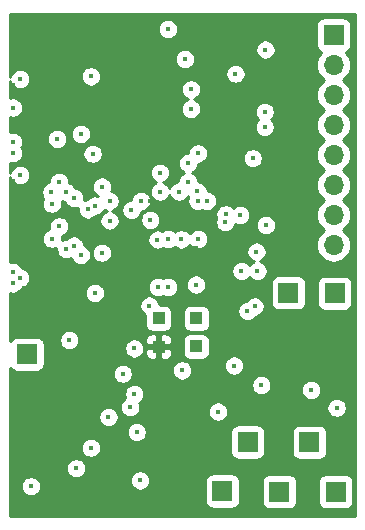
<source format=gbr>
G04 #@! TF.GenerationSoftware,KiCad,Pcbnew,(5.1.0)-1*
G04 #@! TF.CreationDate,2019-07-03T18:49:26-07:00*
G04 #@! TF.ProjectId,MiniScope_V4,4d696e69-5363-46f7-9065-5f56342e6b69,rev?*
G04 #@! TF.SameCoordinates,Original*
G04 #@! TF.FileFunction,Copper,L5,Inr*
G04 #@! TF.FilePolarity,Positive*
%FSLAX46Y46*%
G04 Gerber Fmt 4.6, Leading zero omitted, Abs format (unit mm)*
G04 Created by KiCad (PCBNEW (5.1.0)-1) date 2019-07-03 18:49:26*
%MOMM*%
%LPD*%
G04 APERTURE LIST*
%ADD10R,1.700000X1.700000*%
%ADD11O,1.700000X1.700000*%
%ADD12R,1.000000X1.000000*%
%ADD13C,0.450000*%
%ADD14C,0.254000*%
G04 APERTURE END LIST*
D10*
X153000000Y-126450000D03*
X155220000Y-130640000D03*
X150450000Y-130640000D03*
X145630000Y-130590000D03*
X151210000Y-113810000D03*
X155130000Y-113830000D03*
X147780000Y-126440000D03*
X129080000Y-119000000D03*
D11*
X155041600Y-109753400D03*
X155041600Y-107213400D03*
X155041600Y-104673400D03*
X155041600Y-102133400D03*
X155041600Y-99593400D03*
X155041600Y-97053400D03*
X155041600Y-94513400D03*
D10*
X155041600Y-91973400D03*
D12*
X140218160Y-115966240D03*
X143423640Y-115966240D03*
X143410000Y-118350000D03*
X140228320Y-118364000D03*
D13*
X128498600Y-95707200D03*
X127889000Y-113004600D03*
X137185400Y-120650000D03*
X149271920Y-93211720D03*
X129415600Y-130187640D03*
X141005560Y-91485720D03*
X142722600Y-102819200D03*
X134482840Y-95478600D03*
X153136600Y-122016520D03*
X148918810Y-121621670D03*
X148595080Y-111963200D03*
X143383000Y-113106200D03*
X149204680Y-98480880D03*
X133248400Y-128663474D03*
X138658600Y-129692400D03*
X132664200Y-117805200D03*
X149301200Y-108077000D03*
X142965600Y-96581800D03*
X146735802Y-95250000D03*
X148191059Y-102418041D03*
X141935200Y-105232200D03*
X145897600Y-107162600D03*
X140339996Y-103620000D03*
X145250000Y-123860000D03*
X155300000Y-123530000D03*
X128499600Y-103840610D03*
X127889000Y-101015797D03*
X134482840Y-126918720D03*
X138170920Y-122367040D03*
X142448280Y-94020640D03*
X138170919Y-118516400D03*
X146613880Y-119959120D03*
X128498600Y-112522000D03*
X127889000Y-104317800D03*
X127889000Y-96189802D03*
X154279600Y-119928640D03*
X135463280Y-122321320D03*
X135168640Y-116443760D03*
X132684520Y-115529360D03*
X143377920Y-110042960D03*
X148176919Y-101058041D03*
X141122400Y-104419400D03*
X142722600Y-100380800D03*
X139522200Y-106019604D03*
X150241000Y-102781100D03*
X143520000Y-103620000D03*
X140335300Y-102806504D03*
X127890000Y-112050000D03*
X127889000Y-101981000D03*
X143510000Y-105219500D03*
X147142200Y-107213400D03*
X147235080Y-111961760D03*
X149204680Y-99766120D03*
X148513800Y-110312200D03*
X143550640Y-102001320D03*
X142722600Y-104419400D03*
X142951200Y-98221800D03*
X140320000Y-105230002D03*
X134823200Y-106420920D03*
X134823202Y-113807240D03*
X135976360Y-124338080D03*
X137922000Y-106807000D03*
X143520000Y-106020000D03*
X139450000Y-114880000D03*
X144320000Y-106020000D03*
X142160000Y-109280000D03*
X140131812Y-109296200D03*
X140167360Y-113294160D03*
X141030960Y-113314480D03*
X141030000Y-109270000D03*
X137820400Y-123489720D03*
X138734800Y-106019600D03*
X138367601Y-125603000D03*
X145872200Y-107817922D03*
X131190000Y-109220000D03*
X131190000Y-106260000D03*
X136070000Y-106020000D03*
X136070000Y-107690000D03*
X131631563Y-100763197D03*
X127889000Y-98120200D03*
X134220000Y-106750000D03*
X134641807Y-102023611D03*
X133640000Y-100350000D03*
X133650000Y-110602100D03*
X133060000Y-109800000D03*
X133070000Y-105790000D03*
X139520000Y-107620000D03*
X131140000Y-105290000D03*
X132410000Y-105300000D03*
X132410000Y-110110000D03*
X131800000Y-104400000D03*
X131800000Y-108180000D03*
X135420000Y-104810000D03*
X135420000Y-110409999D03*
X147750000Y-115360000D03*
X148350000Y-114960000D03*
X143570000Y-109260000D03*
X142220000Y-120370000D03*
D14*
G36*
X156820000Y-132690000D02*
G01*
X127660000Y-132690000D01*
X127660000Y-130102937D01*
X128555600Y-130102937D01*
X128555600Y-130272343D01*
X128588649Y-130438493D01*
X128653478Y-130595003D01*
X128747595Y-130735858D01*
X128867382Y-130855645D01*
X129008237Y-130949762D01*
X129164747Y-131014591D01*
X129330897Y-131047640D01*
X129500303Y-131047640D01*
X129666453Y-131014591D01*
X129822963Y-130949762D01*
X129963818Y-130855645D01*
X130083605Y-130735858D01*
X130177722Y-130595003D01*
X130242551Y-130438493D01*
X130275600Y-130272343D01*
X130275600Y-130102937D01*
X130242551Y-129936787D01*
X130177722Y-129780277D01*
X130083605Y-129639422D01*
X130051880Y-129607697D01*
X137798600Y-129607697D01*
X137798600Y-129777103D01*
X137831649Y-129943253D01*
X137896478Y-130099763D01*
X137990595Y-130240618D01*
X138110382Y-130360405D01*
X138251237Y-130454522D01*
X138407747Y-130519351D01*
X138573897Y-130552400D01*
X138743303Y-130552400D01*
X138909453Y-130519351D01*
X139065963Y-130454522D01*
X139206818Y-130360405D01*
X139326605Y-130240618D01*
X139420722Y-130099763D01*
X139485551Y-129943253D01*
X139518600Y-129777103D01*
X139518600Y-129740000D01*
X144141928Y-129740000D01*
X144141928Y-131440000D01*
X144154188Y-131564482D01*
X144190498Y-131684180D01*
X144249463Y-131794494D01*
X144328815Y-131891185D01*
X144425506Y-131970537D01*
X144535820Y-132029502D01*
X144655518Y-132065812D01*
X144780000Y-132078072D01*
X146480000Y-132078072D01*
X146604482Y-132065812D01*
X146724180Y-132029502D01*
X146834494Y-131970537D01*
X146931185Y-131891185D01*
X147010537Y-131794494D01*
X147069502Y-131684180D01*
X147105812Y-131564482D01*
X147118072Y-131440000D01*
X147118072Y-129790000D01*
X148961928Y-129790000D01*
X148961928Y-131490000D01*
X148974188Y-131614482D01*
X149010498Y-131734180D01*
X149069463Y-131844494D01*
X149148815Y-131941185D01*
X149245506Y-132020537D01*
X149355820Y-132079502D01*
X149475518Y-132115812D01*
X149600000Y-132128072D01*
X151300000Y-132128072D01*
X151424482Y-132115812D01*
X151544180Y-132079502D01*
X151654494Y-132020537D01*
X151751185Y-131941185D01*
X151830537Y-131844494D01*
X151889502Y-131734180D01*
X151925812Y-131614482D01*
X151938072Y-131490000D01*
X151938072Y-129790000D01*
X153731928Y-129790000D01*
X153731928Y-131490000D01*
X153744188Y-131614482D01*
X153780498Y-131734180D01*
X153839463Y-131844494D01*
X153918815Y-131941185D01*
X154015506Y-132020537D01*
X154125820Y-132079502D01*
X154245518Y-132115812D01*
X154370000Y-132128072D01*
X156070000Y-132128072D01*
X156194482Y-132115812D01*
X156314180Y-132079502D01*
X156424494Y-132020537D01*
X156521185Y-131941185D01*
X156600537Y-131844494D01*
X156659502Y-131734180D01*
X156695812Y-131614482D01*
X156708072Y-131490000D01*
X156708072Y-129790000D01*
X156695812Y-129665518D01*
X156659502Y-129545820D01*
X156600537Y-129435506D01*
X156521185Y-129338815D01*
X156424494Y-129259463D01*
X156314180Y-129200498D01*
X156194482Y-129164188D01*
X156070000Y-129151928D01*
X154370000Y-129151928D01*
X154245518Y-129164188D01*
X154125820Y-129200498D01*
X154015506Y-129259463D01*
X153918815Y-129338815D01*
X153839463Y-129435506D01*
X153780498Y-129545820D01*
X153744188Y-129665518D01*
X153731928Y-129790000D01*
X151938072Y-129790000D01*
X151925812Y-129665518D01*
X151889502Y-129545820D01*
X151830537Y-129435506D01*
X151751185Y-129338815D01*
X151654494Y-129259463D01*
X151544180Y-129200498D01*
X151424482Y-129164188D01*
X151300000Y-129151928D01*
X149600000Y-129151928D01*
X149475518Y-129164188D01*
X149355820Y-129200498D01*
X149245506Y-129259463D01*
X149148815Y-129338815D01*
X149069463Y-129435506D01*
X149010498Y-129545820D01*
X148974188Y-129665518D01*
X148961928Y-129790000D01*
X147118072Y-129790000D01*
X147118072Y-129740000D01*
X147105812Y-129615518D01*
X147069502Y-129495820D01*
X147010537Y-129385506D01*
X146931185Y-129288815D01*
X146834494Y-129209463D01*
X146724180Y-129150498D01*
X146604482Y-129114188D01*
X146480000Y-129101928D01*
X144780000Y-129101928D01*
X144655518Y-129114188D01*
X144535820Y-129150498D01*
X144425506Y-129209463D01*
X144328815Y-129288815D01*
X144249463Y-129385506D01*
X144190498Y-129495820D01*
X144154188Y-129615518D01*
X144141928Y-129740000D01*
X139518600Y-129740000D01*
X139518600Y-129607697D01*
X139485551Y-129441547D01*
X139420722Y-129285037D01*
X139326605Y-129144182D01*
X139206818Y-129024395D01*
X139065963Y-128930278D01*
X138909453Y-128865449D01*
X138743303Y-128832400D01*
X138573897Y-128832400D01*
X138407747Y-128865449D01*
X138251237Y-128930278D01*
X138110382Y-129024395D01*
X137990595Y-129144182D01*
X137896478Y-129285037D01*
X137831649Y-129441547D01*
X137798600Y-129607697D01*
X130051880Y-129607697D01*
X129963818Y-129519635D01*
X129822963Y-129425518D01*
X129666453Y-129360689D01*
X129500303Y-129327640D01*
X129330897Y-129327640D01*
X129164747Y-129360689D01*
X129008237Y-129425518D01*
X128867382Y-129519635D01*
X128747595Y-129639422D01*
X128653478Y-129780277D01*
X128588649Y-129936787D01*
X128555600Y-130102937D01*
X127660000Y-130102937D01*
X127660000Y-128578771D01*
X132388400Y-128578771D01*
X132388400Y-128748177D01*
X132421449Y-128914327D01*
X132486278Y-129070837D01*
X132580395Y-129211692D01*
X132700182Y-129331479D01*
X132841037Y-129425596D01*
X132997547Y-129490425D01*
X133163697Y-129523474D01*
X133333103Y-129523474D01*
X133499253Y-129490425D01*
X133655763Y-129425596D01*
X133796618Y-129331479D01*
X133916405Y-129211692D01*
X134010522Y-129070837D01*
X134075351Y-128914327D01*
X134108400Y-128748177D01*
X134108400Y-128578771D01*
X134075351Y-128412621D01*
X134010522Y-128256111D01*
X133916405Y-128115256D01*
X133796618Y-127995469D01*
X133655763Y-127901352D01*
X133499253Y-127836523D01*
X133333103Y-127803474D01*
X133163697Y-127803474D01*
X132997547Y-127836523D01*
X132841037Y-127901352D01*
X132700182Y-127995469D01*
X132580395Y-128115256D01*
X132486278Y-128256111D01*
X132421449Y-128412621D01*
X132388400Y-128578771D01*
X127660000Y-128578771D01*
X127660000Y-126834017D01*
X133622840Y-126834017D01*
X133622840Y-127003423D01*
X133655889Y-127169573D01*
X133720718Y-127326083D01*
X133814835Y-127466938D01*
X133934622Y-127586725D01*
X134075477Y-127680842D01*
X134231987Y-127745671D01*
X134398137Y-127778720D01*
X134567543Y-127778720D01*
X134733693Y-127745671D01*
X134890203Y-127680842D01*
X135031058Y-127586725D01*
X135150845Y-127466938D01*
X135244962Y-127326083D01*
X135309791Y-127169573D01*
X135342840Y-127003423D01*
X135342840Y-126834017D01*
X135309791Y-126667867D01*
X135244962Y-126511357D01*
X135150845Y-126370502D01*
X135031058Y-126250715D01*
X134890203Y-126156598D01*
X134733693Y-126091769D01*
X134567543Y-126058720D01*
X134398137Y-126058720D01*
X134231987Y-126091769D01*
X134075477Y-126156598D01*
X133934622Y-126250715D01*
X133814835Y-126370502D01*
X133720718Y-126511357D01*
X133655889Y-126667867D01*
X133622840Y-126834017D01*
X127660000Y-126834017D01*
X127660000Y-125518297D01*
X137507601Y-125518297D01*
X137507601Y-125687703D01*
X137540650Y-125853853D01*
X137605479Y-126010363D01*
X137699596Y-126151218D01*
X137819383Y-126271005D01*
X137960238Y-126365122D01*
X138116748Y-126429951D01*
X138282898Y-126463000D01*
X138452304Y-126463000D01*
X138618454Y-126429951D01*
X138774964Y-126365122D01*
X138915819Y-126271005D01*
X139035606Y-126151218D01*
X139129723Y-126010363D01*
X139194552Y-125853853D01*
X139227601Y-125687703D01*
X139227601Y-125590000D01*
X146291928Y-125590000D01*
X146291928Y-127290000D01*
X146304188Y-127414482D01*
X146340498Y-127534180D01*
X146399463Y-127644494D01*
X146478815Y-127741185D01*
X146575506Y-127820537D01*
X146685820Y-127879502D01*
X146805518Y-127915812D01*
X146930000Y-127928072D01*
X148630000Y-127928072D01*
X148754482Y-127915812D01*
X148874180Y-127879502D01*
X148984494Y-127820537D01*
X149081185Y-127741185D01*
X149160537Y-127644494D01*
X149219502Y-127534180D01*
X149255812Y-127414482D01*
X149268072Y-127290000D01*
X149268072Y-125600000D01*
X151511928Y-125600000D01*
X151511928Y-127300000D01*
X151524188Y-127424482D01*
X151560498Y-127544180D01*
X151619463Y-127654494D01*
X151698815Y-127751185D01*
X151795506Y-127830537D01*
X151905820Y-127889502D01*
X152025518Y-127925812D01*
X152150000Y-127938072D01*
X153850000Y-127938072D01*
X153974482Y-127925812D01*
X154094180Y-127889502D01*
X154204494Y-127830537D01*
X154301185Y-127751185D01*
X154380537Y-127654494D01*
X154439502Y-127544180D01*
X154475812Y-127424482D01*
X154488072Y-127300000D01*
X154488072Y-125600000D01*
X154475812Y-125475518D01*
X154439502Y-125355820D01*
X154380537Y-125245506D01*
X154301185Y-125148815D01*
X154204494Y-125069463D01*
X154094180Y-125010498D01*
X153974482Y-124974188D01*
X153850000Y-124961928D01*
X152150000Y-124961928D01*
X152025518Y-124974188D01*
X151905820Y-125010498D01*
X151795506Y-125069463D01*
X151698815Y-125148815D01*
X151619463Y-125245506D01*
X151560498Y-125355820D01*
X151524188Y-125475518D01*
X151511928Y-125600000D01*
X149268072Y-125600000D01*
X149268072Y-125590000D01*
X149255812Y-125465518D01*
X149219502Y-125345820D01*
X149160537Y-125235506D01*
X149081185Y-125138815D01*
X148984494Y-125059463D01*
X148874180Y-125000498D01*
X148754482Y-124964188D01*
X148630000Y-124951928D01*
X146930000Y-124951928D01*
X146805518Y-124964188D01*
X146685820Y-125000498D01*
X146575506Y-125059463D01*
X146478815Y-125138815D01*
X146399463Y-125235506D01*
X146340498Y-125345820D01*
X146304188Y-125465518D01*
X146291928Y-125590000D01*
X139227601Y-125590000D01*
X139227601Y-125518297D01*
X139194552Y-125352147D01*
X139129723Y-125195637D01*
X139035606Y-125054782D01*
X138915819Y-124934995D01*
X138774964Y-124840878D01*
X138618454Y-124776049D01*
X138452304Y-124743000D01*
X138282898Y-124743000D01*
X138116748Y-124776049D01*
X137960238Y-124840878D01*
X137819383Y-124934995D01*
X137699596Y-125054782D01*
X137605479Y-125195637D01*
X137540650Y-125352147D01*
X137507601Y-125518297D01*
X127660000Y-125518297D01*
X127660000Y-124253377D01*
X135116360Y-124253377D01*
X135116360Y-124422783D01*
X135149409Y-124588933D01*
X135214238Y-124745443D01*
X135308355Y-124886298D01*
X135428142Y-125006085D01*
X135568997Y-125100202D01*
X135725507Y-125165031D01*
X135891657Y-125198080D01*
X136061063Y-125198080D01*
X136227213Y-125165031D01*
X136383723Y-125100202D01*
X136524578Y-125006085D01*
X136644365Y-124886298D01*
X136738482Y-124745443D01*
X136803311Y-124588933D01*
X136836360Y-124422783D01*
X136836360Y-124253377D01*
X136803311Y-124087227D01*
X136738482Y-123930717D01*
X136644365Y-123789862D01*
X136524578Y-123670075D01*
X136383723Y-123575958D01*
X136227213Y-123511129D01*
X136061063Y-123478080D01*
X135891657Y-123478080D01*
X135725507Y-123511129D01*
X135568997Y-123575958D01*
X135428142Y-123670075D01*
X135308355Y-123789862D01*
X135214238Y-123930717D01*
X135149409Y-124087227D01*
X135116360Y-124253377D01*
X127660000Y-124253377D01*
X127660000Y-123405017D01*
X136960400Y-123405017D01*
X136960400Y-123574423D01*
X136993449Y-123740573D01*
X137058278Y-123897083D01*
X137152395Y-124037938D01*
X137272182Y-124157725D01*
X137413037Y-124251842D01*
X137569547Y-124316671D01*
X137735697Y-124349720D01*
X137905103Y-124349720D01*
X138071253Y-124316671D01*
X138227763Y-124251842D01*
X138368618Y-124157725D01*
X138488405Y-124037938D01*
X138582522Y-123897083D01*
X138632967Y-123775297D01*
X144390000Y-123775297D01*
X144390000Y-123944703D01*
X144423049Y-124110853D01*
X144487878Y-124267363D01*
X144581995Y-124408218D01*
X144701782Y-124528005D01*
X144842637Y-124622122D01*
X144999147Y-124686951D01*
X145165297Y-124720000D01*
X145334703Y-124720000D01*
X145500853Y-124686951D01*
X145657363Y-124622122D01*
X145798218Y-124528005D01*
X145918005Y-124408218D01*
X146012122Y-124267363D01*
X146076951Y-124110853D01*
X146110000Y-123944703D01*
X146110000Y-123775297D01*
X146076951Y-123609147D01*
X146012122Y-123452637D01*
X146007218Y-123445297D01*
X154440000Y-123445297D01*
X154440000Y-123614703D01*
X154473049Y-123780853D01*
X154537878Y-123937363D01*
X154631995Y-124078218D01*
X154751782Y-124198005D01*
X154892637Y-124292122D01*
X155049147Y-124356951D01*
X155215297Y-124390000D01*
X155384703Y-124390000D01*
X155550853Y-124356951D01*
X155707363Y-124292122D01*
X155848218Y-124198005D01*
X155968005Y-124078218D01*
X156062122Y-123937363D01*
X156126951Y-123780853D01*
X156160000Y-123614703D01*
X156160000Y-123445297D01*
X156126951Y-123279147D01*
X156062122Y-123122637D01*
X155968005Y-122981782D01*
X155848218Y-122861995D01*
X155707363Y-122767878D01*
X155550853Y-122703049D01*
X155384703Y-122670000D01*
X155215297Y-122670000D01*
X155049147Y-122703049D01*
X154892637Y-122767878D01*
X154751782Y-122861995D01*
X154631995Y-122981782D01*
X154537878Y-123122637D01*
X154473049Y-123279147D01*
X154440000Y-123445297D01*
X146007218Y-123445297D01*
X145918005Y-123311782D01*
X145798218Y-123191995D01*
X145657363Y-123097878D01*
X145500853Y-123033049D01*
X145334703Y-123000000D01*
X145165297Y-123000000D01*
X144999147Y-123033049D01*
X144842637Y-123097878D01*
X144701782Y-123191995D01*
X144581995Y-123311782D01*
X144487878Y-123452637D01*
X144423049Y-123609147D01*
X144390000Y-123775297D01*
X138632967Y-123775297D01*
X138647351Y-123740573D01*
X138680400Y-123574423D01*
X138680400Y-123405017D01*
X138647351Y-123238867D01*
X138596788Y-123116797D01*
X138719138Y-123035045D01*
X138838925Y-122915258D01*
X138933042Y-122774403D01*
X138997871Y-122617893D01*
X139030920Y-122451743D01*
X139030920Y-122282337D01*
X138997871Y-122116187D01*
X138933042Y-121959677D01*
X138838925Y-121818822D01*
X138719138Y-121699035D01*
X138578283Y-121604918D01*
X138421773Y-121540089D01*
X138406078Y-121536967D01*
X148058810Y-121536967D01*
X148058810Y-121706373D01*
X148091859Y-121872523D01*
X148156688Y-122029033D01*
X148250805Y-122169888D01*
X148370592Y-122289675D01*
X148511447Y-122383792D01*
X148667957Y-122448621D01*
X148834107Y-122481670D01*
X149003513Y-122481670D01*
X149169663Y-122448621D01*
X149326173Y-122383792D01*
X149467028Y-122289675D01*
X149586815Y-122169888D01*
X149680932Y-122029033D01*
X149721200Y-121931817D01*
X152276600Y-121931817D01*
X152276600Y-122101223D01*
X152309649Y-122267373D01*
X152374478Y-122423883D01*
X152468595Y-122564738D01*
X152588382Y-122684525D01*
X152729237Y-122778642D01*
X152885747Y-122843471D01*
X153051897Y-122876520D01*
X153221303Y-122876520D01*
X153387453Y-122843471D01*
X153543963Y-122778642D01*
X153684818Y-122684525D01*
X153804605Y-122564738D01*
X153898722Y-122423883D01*
X153963551Y-122267373D01*
X153996600Y-122101223D01*
X153996600Y-121931817D01*
X153963551Y-121765667D01*
X153898722Y-121609157D01*
X153804605Y-121468302D01*
X153684818Y-121348515D01*
X153543963Y-121254398D01*
X153387453Y-121189569D01*
X153221303Y-121156520D01*
X153051897Y-121156520D01*
X152885747Y-121189569D01*
X152729237Y-121254398D01*
X152588382Y-121348515D01*
X152468595Y-121468302D01*
X152374478Y-121609157D01*
X152309649Y-121765667D01*
X152276600Y-121931817D01*
X149721200Y-121931817D01*
X149745761Y-121872523D01*
X149778810Y-121706373D01*
X149778810Y-121536967D01*
X149745761Y-121370817D01*
X149680932Y-121214307D01*
X149586815Y-121073452D01*
X149467028Y-120953665D01*
X149326173Y-120859548D01*
X149169663Y-120794719D01*
X149003513Y-120761670D01*
X148834107Y-120761670D01*
X148667957Y-120794719D01*
X148511447Y-120859548D01*
X148370592Y-120953665D01*
X148250805Y-121073452D01*
X148156688Y-121214307D01*
X148091859Y-121370817D01*
X148058810Y-121536967D01*
X138406078Y-121536967D01*
X138255623Y-121507040D01*
X138086217Y-121507040D01*
X137920067Y-121540089D01*
X137763557Y-121604918D01*
X137622702Y-121699035D01*
X137502915Y-121818822D01*
X137408798Y-121959677D01*
X137343969Y-122116187D01*
X137310920Y-122282337D01*
X137310920Y-122451743D01*
X137343969Y-122617893D01*
X137394532Y-122739963D01*
X137272182Y-122821715D01*
X137152395Y-122941502D01*
X137058278Y-123082357D01*
X136993449Y-123238867D01*
X136960400Y-123405017D01*
X127660000Y-123405017D01*
X127660000Y-120565297D01*
X136325400Y-120565297D01*
X136325400Y-120734703D01*
X136358449Y-120900853D01*
X136423278Y-121057363D01*
X136517395Y-121198218D01*
X136637182Y-121318005D01*
X136778037Y-121412122D01*
X136934547Y-121476951D01*
X137100697Y-121510000D01*
X137270103Y-121510000D01*
X137436253Y-121476951D01*
X137592763Y-121412122D01*
X137733618Y-121318005D01*
X137853405Y-121198218D01*
X137947522Y-121057363D01*
X138012351Y-120900853D01*
X138045400Y-120734703D01*
X138045400Y-120565297D01*
X138012351Y-120399147D01*
X137965193Y-120285297D01*
X141360000Y-120285297D01*
X141360000Y-120454703D01*
X141393049Y-120620853D01*
X141457878Y-120777363D01*
X141551995Y-120918218D01*
X141671782Y-121038005D01*
X141812637Y-121132122D01*
X141969147Y-121196951D01*
X142135297Y-121230000D01*
X142304703Y-121230000D01*
X142470853Y-121196951D01*
X142627363Y-121132122D01*
X142768218Y-121038005D01*
X142888005Y-120918218D01*
X142982122Y-120777363D01*
X143046951Y-120620853D01*
X143080000Y-120454703D01*
X143080000Y-120285297D01*
X143046951Y-120119147D01*
X142982122Y-119962637D01*
X142923175Y-119874417D01*
X145753880Y-119874417D01*
X145753880Y-120043823D01*
X145786929Y-120209973D01*
X145851758Y-120366483D01*
X145945875Y-120507338D01*
X146065662Y-120627125D01*
X146206517Y-120721242D01*
X146363027Y-120786071D01*
X146529177Y-120819120D01*
X146698583Y-120819120D01*
X146864733Y-120786071D01*
X147021243Y-120721242D01*
X147162098Y-120627125D01*
X147281885Y-120507338D01*
X147376002Y-120366483D01*
X147440831Y-120209973D01*
X147473880Y-120043823D01*
X147473880Y-119874417D01*
X147440831Y-119708267D01*
X147376002Y-119551757D01*
X147281885Y-119410902D01*
X147162098Y-119291115D01*
X147021243Y-119196998D01*
X146864733Y-119132169D01*
X146698583Y-119099120D01*
X146529177Y-119099120D01*
X146363027Y-119132169D01*
X146206517Y-119196998D01*
X146065662Y-119291115D01*
X145945875Y-119410902D01*
X145851758Y-119551757D01*
X145786929Y-119708267D01*
X145753880Y-119874417D01*
X142923175Y-119874417D01*
X142888005Y-119821782D01*
X142768218Y-119701995D01*
X142627363Y-119607878D01*
X142470853Y-119543049D01*
X142304703Y-119510000D01*
X142135297Y-119510000D01*
X141969147Y-119543049D01*
X141812637Y-119607878D01*
X141671782Y-119701995D01*
X141551995Y-119821782D01*
X141457878Y-119962637D01*
X141393049Y-120119147D01*
X141360000Y-120285297D01*
X137965193Y-120285297D01*
X137947522Y-120242637D01*
X137853405Y-120101782D01*
X137733618Y-119981995D01*
X137592763Y-119887878D01*
X137436253Y-119823049D01*
X137270103Y-119790000D01*
X137100697Y-119790000D01*
X136934547Y-119823049D01*
X136778037Y-119887878D01*
X136637182Y-119981995D01*
X136517395Y-120101782D01*
X136423278Y-120242637D01*
X136358449Y-120399147D01*
X136325400Y-120565297D01*
X127660000Y-120565297D01*
X127660000Y-120130665D01*
X127699463Y-120204494D01*
X127778815Y-120301185D01*
X127875506Y-120380537D01*
X127985820Y-120439502D01*
X128105518Y-120475812D01*
X128230000Y-120488072D01*
X129930000Y-120488072D01*
X130054482Y-120475812D01*
X130174180Y-120439502D01*
X130284494Y-120380537D01*
X130381185Y-120301185D01*
X130460537Y-120204494D01*
X130519502Y-120094180D01*
X130555812Y-119974482D01*
X130568072Y-119850000D01*
X130568072Y-118150000D01*
X130555812Y-118025518D01*
X130519502Y-117905820D01*
X130460537Y-117795506D01*
X130398979Y-117720497D01*
X131804200Y-117720497D01*
X131804200Y-117889903D01*
X131837249Y-118056053D01*
X131902078Y-118212563D01*
X131996195Y-118353418D01*
X132115982Y-118473205D01*
X132256837Y-118567322D01*
X132413347Y-118632151D01*
X132579497Y-118665200D01*
X132748903Y-118665200D01*
X132915053Y-118632151D01*
X133071563Y-118567322D01*
X133212418Y-118473205D01*
X133253926Y-118431697D01*
X137310919Y-118431697D01*
X137310919Y-118601103D01*
X137343968Y-118767253D01*
X137408797Y-118923763D01*
X137502914Y-119064618D01*
X137622701Y-119184405D01*
X137763556Y-119278522D01*
X137920066Y-119343351D01*
X138086216Y-119376400D01*
X138255622Y-119376400D01*
X138421772Y-119343351D01*
X138578282Y-119278522D01*
X138719137Y-119184405D01*
X138838924Y-119064618D01*
X138933041Y-118923763D01*
X138957795Y-118864000D01*
X139090248Y-118864000D01*
X139102508Y-118988482D01*
X139138818Y-119108180D01*
X139197783Y-119218494D01*
X139277135Y-119315185D01*
X139373826Y-119394537D01*
X139484140Y-119453502D01*
X139603838Y-119489812D01*
X139728320Y-119502072D01*
X139942570Y-119499000D01*
X140101320Y-119340250D01*
X140101320Y-118491000D01*
X140355320Y-118491000D01*
X140355320Y-119340250D01*
X140514070Y-119499000D01*
X140728320Y-119502072D01*
X140852802Y-119489812D01*
X140972500Y-119453502D01*
X141082814Y-119394537D01*
X141179505Y-119315185D01*
X141258857Y-119218494D01*
X141317822Y-119108180D01*
X141354132Y-118988482D01*
X141366392Y-118864000D01*
X141363320Y-118649750D01*
X141204570Y-118491000D01*
X140355320Y-118491000D01*
X140101320Y-118491000D01*
X139252070Y-118491000D01*
X139093320Y-118649750D01*
X139090248Y-118864000D01*
X138957795Y-118864000D01*
X138997870Y-118767253D01*
X139030919Y-118601103D01*
X139030919Y-118431697D01*
X138997870Y-118265547D01*
X138933041Y-118109037D01*
X138838924Y-117968182D01*
X138734742Y-117864000D01*
X139090248Y-117864000D01*
X139093320Y-118078250D01*
X139252070Y-118237000D01*
X140101320Y-118237000D01*
X140101320Y-117387750D01*
X140355320Y-117387750D01*
X140355320Y-118237000D01*
X141204570Y-118237000D01*
X141363320Y-118078250D01*
X141366392Y-117864000D01*
X141365014Y-117850000D01*
X142271928Y-117850000D01*
X142271928Y-118850000D01*
X142284188Y-118974482D01*
X142320498Y-119094180D01*
X142379463Y-119204494D01*
X142458815Y-119301185D01*
X142555506Y-119380537D01*
X142665820Y-119439502D01*
X142785518Y-119475812D01*
X142910000Y-119488072D01*
X143910000Y-119488072D01*
X144034482Y-119475812D01*
X144154180Y-119439502D01*
X144264494Y-119380537D01*
X144361185Y-119301185D01*
X144440537Y-119204494D01*
X144499502Y-119094180D01*
X144535812Y-118974482D01*
X144548072Y-118850000D01*
X144548072Y-117850000D01*
X144535812Y-117725518D01*
X144499502Y-117605820D01*
X144440537Y-117495506D01*
X144361185Y-117398815D01*
X144264494Y-117319463D01*
X144154180Y-117260498D01*
X144034482Y-117224188D01*
X143910000Y-117211928D01*
X142910000Y-117211928D01*
X142785518Y-117224188D01*
X142665820Y-117260498D01*
X142555506Y-117319463D01*
X142458815Y-117398815D01*
X142379463Y-117495506D01*
X142320498Y-117605820D01*
X142284188Y-117725518D01*
X142271928Y-117850000D01*
X141365014Y-117850000D01*
X141354132Y-117739518D01*
X141317822Y-117619820D01*
X141258857Y-117509506D01*
X141179505Y-117412815D01*
X141082814Y-117333463D01*
X140972500Y-117274498D01*
X140852802Y-117238188D01*
X140728320Y-117225928D01*
X140514070Y-117229000D01*
X140355320Y-117387750D01*
X140101320Y-117387750D01*
X139942570Y-117229000D01*
X139728320Y-117225928D01*
X139603838Y-117238188D01*
X139484140Y-117274498D01*
X139373826Y-117333463D01*
X139277135Y-117412815D01*
X139197783Y-117509506D01*
X139138818Y-117619820D01*
X139102508Y-117739518D01*
X139090248Y-117864000D01*
X138734742Y-117864000D01*
X138719137Y-117848395D01*
X138578282Y-117754278D01*
X138421772Y-117689449D01*
X138255622Y-117656400D01*
X138086216Y-117656400D01*
X137920066Y-117689449D01*
X137763556Y-117754278D01*
X137622701Y-117848395D01*
X137502914Y-117968182D01*
X137408797Y-118109037D01*
X137343968Y-118265547D01*
X137310919Y-118431697D01*
X133253926Y-118431697D01*
X133332205Y-118353418D01*
X133426322Y-118212563D01*
X133491151Y-118056053D01*
X133524200Y-117889903D01*
X133524200Y-117720497D01*
X133491151Y-117554347D01*
X133426322Y-117397837D01*
X133332205Y-117256982D01*
X133212418Y-117137195D01*
X133071563Y-117043078D01*
X132915053Y-116978249D01*
X132748903Y-116945200D01*
X132579497Y-116945200D01*
X132413347Y-116978249D01*
X132256837Y-117043078D01*
X132115982Y-117137195D01*
X131996195Y-117256982D01*
X131902078Y-117397837D01*
X131837249Y-117554347D01*
X131804200Y-117720497D01*
X130398979Y-117720497D01*
X130381185Y-117698815D01*
X130284494Y-117619463D01*
X130174180Y-117560498D01*
X130054482Y-117524188D01*
X129930000Y-117511928D01*
X128230000Y-117511928D01*
X128105518Y-117524188D01*
X127985820Y-117560498D01*
X127875506Y-117619463D01*
X127778815Y-117698815D01*
X127699463Y-117795506D01*
X127660000Y-117869335D01*
X127660000Y-114795297D01*
X138590000Y-114795297D01*
X138590000Y-114964703D01*
X138623049Y-115130853D01*
X138687878Y-115287363D01*
X138781995Y-115428218D01*
X138901782Y-115548005D01*
X139042637Y-115642122D01*
X139080088Y-115657635D01*
X139080088Y-116466240D01*
X139092348Y-116590722D01*
X139128658Y-116710420D01*
X139187623Y-116820734D01*
X139266975Y-116917425D01*
X139363666Y-116996777D01*
X139473980Y-117055742D01*
X139593678Y-117092052D01*
X139718160Y-117104312D01*
X140718160Y-117104312D01*
X140842642Y-117092052D01*
X140962340Y-117055742D01*
X141072654Y-116996777D01*
X141169345Y-116917425D01*
X141248697Y-116820734D01*
X141307662Y-116710420D01*
X141343972Y-116590722D01*
X141356232Y-116466240D01*
X141356232Y-115466240D01*
X142285568Y-115466240D01*
X142285568Y-116466240D01*
X142297828Y-116590722D01*
X142334138Y-116710420D01*
X142393103Y-116820734D01*
X142472455Y-116917425D01*
X142569146Y-116996777D01*
X142679460Y-117055742D01*
X142799158Y-117092052D01*
X142923640Y-117104312D01*
X143923640Y-117104312D01*
X144048122Y-117092052D01*
X144167820Y-117055742D01*
X144278134Y-116996777D01*
X144374825Y-116917425D01*
X144454177Y-116820734D01*
X144513142Y-116710420D01*
X144549452Y-116590722D01*
X144561712Y-116466240D01*
X144561712Y-115466240D01*
X144549452Y-115341758D01*
X144529292Y-115275297D01*
X146890000Y-115275297D01*
X146890000Y-115444703D01*
X146923049Y-115610853D01*
X146987878Y-115767363D01*
X147081995Y-115908218D01*
X147201782Y-116028005D01*
X147342637Y-116122122D01*
X147499147Y-116186951D01*
X147665297Y-116220000D01*
X147834703Y-116220000D01*
X148000853Y-116186951D01*
X148157363Y-116122122D01*
X148298218Y-116028005D01*
X148418005Y-115908218D01*
X148483427Y-115810308D01*
X148600853Y-115786951D01*
X148757363Y-115722122D01*
X148898218Y-115628005D01*
X149018005Y-115508218D01*
X149112122Y-115367363D01*
X149176951Y-115210853D01*
X149210000Y-115044703D01*
X149210000Y-114875297D01*
X149176951Y-114709147D01*
X149112122Y-114552637D01*
X149018005Y-114411782D01*
X148898218Y-114291995D01*
X148757363Y-114197878D01*
X148600853Y-114133049D01*
X148434703Y-114100000D01*
X148265297Y-114100000D01*
X148099147Y-114133049D01*
X147942637Y-114197878D01*
X147801782Y-114291995D01*
X147681995Y-114411782D01*
X147616573Y-114509692D01*
X147499147Y-114533049D01*
X147342637Y-114597878D01*
X147201782Y-114691995D01*
X147081995Y-114811782D01*
X146987878Y-114952637D01*
X146923049Y-115109147D01*
X146890000Y-115275297D01*
X144529292Y-115275297D01*
X144513142Y-115222060D01*
X144454177Y-115111746D01*
X144374825Y-115015055D01*
X144278134Y-114935703D01*
X144167820Y-114876738D01*
X144048122Y-114840428D01*
X143923640Y-114828168D01*
X142923640Y-114828168D01*
X142799158Y-114840428D01*
X142679460Y-114876738D01*
X142569146Y-114935703D01*
X142472455Y-115015055D01*
X142393103Y-115111746D01*
X142334138Y-115222060D01*
X142297828Y-115341758D01*
X142285568Y-115466240D01*
X141356232Y-115466240D01*
X141343972Y-115341758D01*
X141307662Y-115222060D01*
X141248697Y-115111746D01*
X141169345Y-115015055D01*
X141072654Y-114935703D01*
X140962340Y-114876738D01*
X140842642Y-114840428D01*
X140718160Y-114828168D01*
X140310000Y-114828168D01*
X140310000Y-114795297D01*
X140276951Y-114629147D01*
X140212122Y-114472637D01*
X140118005Y-114331782D01*
X139998218Y-114211995D01*
X139857363Y-114117878D01*
X139700853Y-114053049D01*
X139534703Y-114020000D01*
X139365297Y-114020000D01*
X139199147Y-114053049D01*
X139042637Y-114117878D01*
X138901782Y-114211995D01*
X138781995Y-114331782D01*
X138687878Y-114472637D01*
X138623049Y-114629147D01*
X138590000Y-114795297D01*
X127660000Y-114795297D01*
X127660000Y-113835898D01*
X127804297Y-113864600D01*
X127973703Y-113864600D01*
X128139853Y-113831551D01*
X128296363Y-113766722D01*
X128362490Y-113722537D01*
X133963202Y-113722537D01*
X133963202Y-113891943D01*
X133996251Y-114058093D01*
X134061080Y-114214603D01*
X134155197Y-114355458D01*
X134274984Y-114475245D01*
X134415839Y-114569362D01*
X134572349Y-114634191D01*
X134738499Y-114667240D01*
X134907905Y-114667240D01*
X135074055Y-114634191D01*
X135230565Y-114569362D01*
X135371420Y-114475245D01*
X135491207Y-114355458D01*
X135585324Y-114214603D01*
X135650153Y-114058093D01*
X135683202Y-113891943D01*
X135683202Y-113722537D01*
X135650153Y-113556387D01*
X135585324Y-113399877D01*
X135491207Y-113259022D01*
X135441642Y-113209457D01*
X139307360Y-113209457D01*
X139307360Y-113378863D01*
X139340409Y-113545013D01*
X139405238Y-113701523D01*
X139499355Y-113842378D01*
X139619142Y-113962165D01*
X139759997Y-114056282D01*
X139916507Y-114121111D01*
X140082657Y-114154160D01*
X140252063Y-114154160D01*
X140418213Y-114121111D01*
X140574723Y-114056282D01*
X140583955Y-114050114D01*
X140623597Y-114076602D01*
X140780107Y-114141431D01*
X140946257Y-114174480D01*
X141115663Y-114174480D01*
X141281813Y-114141431D01*
X141438323Y-114076602D01*
X141579178Y-113982485D01*
X141698965Y-113862698D01*
X141793082Y-113721843D01*
X141857911Y-113565333D01*
X141890960Y-113399183D01*
X141890960Y-113229777D01*
X141857911Y-113063627D01*
X141840461Y-113021497D01*
X142523000Y-113021497D01*
X142523000Y-113190903D01*
X142556049Y-113357053D01*
X142620878Y-113513563D01*
X142714995Y-113654418D01*
X142834782Y-113774205D01*
X142975637Y-113868322D01*
X143132147Y-113933151D01*
X143298297Y-113966200D01*
X143467703Y-113966200D01*
X143633853Y-113933151D01*
X143790363Y-113868322D01*
X143931218Y-113774205D01*
X144051005Y-113654418D01*
X144145122Y-113513563D01*
X144209951Y-113357053D01*
X144243000Y-113190903D01*
X144243000Y-113021497D01*
X144230768Y-112960000D01*
X149721928Y-112960000D01*
X149721928Y-114660000D01*
X149734188Y-114784482D01*
X149770498Y-114904180D01*
X149829463Y-115014494D01*
X149908815Y-115111185D01*
X150005506Y-115190537D01*
X150115820Y-115249502D01*
X150235518Y-115285812D01*
X150360000Y-115298072D01*
X152060000Y-115298072D01*
X152184482Y-115285812D01*
X152304180Y-115249502D01*
X152414494Y-115190537D01*
X152511185Y-115111185D01*
X152590537Y-115014494D01*
X152649502Y-114904180D01*
X152685812Y-114784482D01*
X152698072Y-114660000D01*
X152698072Y-112980000D01*
X153641928Y-112980000D01*
X153641928Y-114680000D01*
X153654188Y-114804482D01*
X153690498Y-114924180D01*
X153749463Y-115034494D01*
X153828815Y-115131185D01*
X153925506Y-115210537D01*
X154035820Y-115269502D01*
X154155518Y-115305812D01*
X154280000Y-115318072D01*
X155980000Y-115318072D01*
X156104482Y-115305812D01*
X156224180Y-115269502D01*
X156334494Y-115210537D01*
X156431185Y-115131185D01*
X156510537Y-115034494D01*
X156569502Y-114924180D01*
X156605812Y-114804482D01*
X156618072Y-114680000D01*
X156618072Y-112980000D01*
X156605812Y-112855518D01*
X156569502Y-112735820D01*
X156510537Y-112625506D01*
X156431185Y-112528815D01*
X156334494Y-112449463D01*
X156224180Y-112390498D01*
X156104482Y-112354188D01*
X155980000Y-112341928D01*
X154280000Y-112341928D01*
X154155518Y-112354188D01*
X154035820Y-112390498D01*
X153925506Y-112449463D01*
X153828815Y-112528815D01*
X153749463Y-112625506D01*
X153690498Y-112735820D01*
X153654188Y-112855518D01*
X153641928Y-112980000D01*
X152698072Y-112980000D01*
X152698072Y-112960000D01*
X152685812Y-112835518D01*
X152649502Y-112715820D01*
X152590537Y-112605506D01*
X152511185Y-112508815D01*
X152414494Y-112429463D01*
X152304180Y-112370498D01*
X152184482Y-112334188D01*
X152060000Y-112321928D01*
X150360000Y-112321928D01*
X150235518Y-112334188D01*
X150115820Y-112370498D01*
X150005506Y-112429463D01*
X149908815Y-112508815D01*
X149829463Y-112605506D01*
X149770498Y-112715820D01*
X149734188Y-112835518D01*
X149721928Y-112960000D01*
X144230768Y-112960000D01*
X144209951Y-112855347D01*
X144145122Y-112698837D01*
X144051005Y-112557982D01*
X143931218Y-112438195D01*
X143790363Y-112344078D01*
X143633853Y-112279249D01*
X143467703Y-112246200D01*
X143298297Y-112246200D01*
X143132147Y-112279249D01*
X142975637Y-112344078D01*
X142834782Y-112438195D01*
X142714995Y-112557982D01*
X142620878Y-112698837D01*
X142556049Y-112855347D01*
X142523000Y-113021497D01*
X141840461Y-113021497D01*
X141793082Y-112907117D01*
X141698965Y-112766262D01*
X141579178Y-112646475D01*
X141438323Y-112552358D01*
X141281813Y-112487529D01*
X141115663Y-112454480D01*
X140946257Y-112454480D01*
X140780107Y-112487529D01*
X140623597Y-112552358D01*
X140614365Y-112558526D01*
X140574723Y-112532038D01*
X140418213Y-112467209D01*
X140252063Y-112434160D01*
X140082657Y-112434160D01*
X139916507Y-112467209D01*
X139759997Y-112532038D01*
X139619142Y-112626155D01*
X139499355Y-112745942D01*
X139405238Y-112886797D01*
X139340409Y-113043307D01*
X139307360Y-113209457D01*
X135441642Y-113209457D01*
X135371420Y-113139235D01*
X135230565Y-113045118D01*
X135074055Y-112980289D01*
X134907905Y-112947240D01*
X134738499Y-112947240D01*
X134572349Y-112980289D01*
X134415839Y-113045118D01*
X134274984Y-113139235D01*
X134155197Y-113259022D01*
X134061080Y-113399877D01*
X133996251Y-113556387D01*
X133963202Y-113722537D01*
X128362490Y-113722537D01*
X128437218Y-113672605D01*
X128557005Y-113552818D01*
X128651122Y-113411963D01*
X128670737Y-113364608D01*
X128749453Y-113348951D01*
X128905963Y-113284122D01*
X129046818Y-113190005D01*
X129166605Y-113070218D01*
X129260722Y-112929363D01*
X129325551Y-112772853D01*
X129358600Y-112606703D01*
X129358600Y-112437297D01*
X129325551Y-112271147D01*
X129260722Y-112114637D01*
X129166605Y-111973782D01*
X129069880Y-111877057D01*
X146375080Y-111877057D01*
X146375080Y-112046463D01*
X146408129Y-112212613D01*
X146472958Y-112369123D01*
X146567075Y-112509978D01*
X146686862Y-112629765D01*
X146827717Y-112723882D01*
X146984227Y-112788711D01*
X147150377Y-112821760D01*
X147319783Y-112821760D01*
X147485933Y-112788711D01*
X147642443Y-112723882D01*
X147783298Y-112629765D01*
X147903085Y-112509978D01*
X147914599Y-112492746D01*
X147927075Y-112511418D01*
X148046862Y-112631205D01*
X148187717Y-112725322D01*
X148344227Y-112790151D01*
X148510377Y-112823200D01*
X148679783Y-112823200D01*
X148845933Y-112790151D01*
X149002443Y-112725322D01*
X149143298Y-112631205D01*
X149263085Y-112511418D01*
X149357202Y-112370563D01*
X149422031Y-112214053D01*
X149455080Y-112047903D01*
X149455080Y-111878497D01*
X149422031Y-111712347D01*
X149357202Y-111555837D01*
X149263085Y-111414982D01*
X149143298Y-111295195D01*
X149002443Y-111201078D01*
X148845933Y-111136249D01*
X148795755Y-111126268D01*
X148921163Y-111074322D01*
X149062018Y-110980205D01*
X149181805Y-110860418D01*
X149275922Y-110719563D01*
X149340751Y-110563053D01*
X149373800Y-110396903D01*
X149373800Y-110227497D01*
X149340751Y-110061347D01*
X149275922Y-109904837D01*
X149181805Y-109763982D01*
X149062018Y-109644195D01*
X148921163Y-109550078D01*
X148764653Y-109485249D01*
X148598503Y-109452200D01*
X148429097Y-109452200D01*
X148262947Y-109485249D01*
X148106437Y-109550078D01*
X147965582Y-109644195D01*
X147845795Y-109763982D01*
X147751678Y-109904837D01*
X147686849Y-110061347D01*
X147653800Y-110227497D01*
X147653800Y-110396903D01*
X147686849Y-110563053D01*
X147751678Y-110719563D01*
X147845795Y-110860418D01*
X147965582Y-110980205D01*
X148106437Y-111074322D01*
X148262947Y-111139151D01*
X148313125Y-111149132D01*
X148187717Y-111201078D01*
X148046862Y-111295195D01*
X147927075Y-111414982D01*
X147915561Y-111432214D01*
X147903085Y-111413542D01*
X147783298Y-111293755D01*
X147642443Y-111199638D01*
X147485933Y-111134809D01*
X147319783Y-111101760D01*
X147150377Y-111101760D01*
X146984227Y-111134809D01*
X146827717Y-111199638D01*
X146686862Y-111293755D01*
X146567075Y-111413542D01*
X146472958Y-111554397D01*
X146408129Y-111710907D01*
X146375080Y-111877057D01*
X129069880Y-111877057D01*
X129046818Y-111853995D01*
X128905963Y-111759878D01*
X128749453Y-111695049D01*
X128667042Y-111678657D01*
X128652122Y-111642637D01*
X128558005Y-111501782D01*
X128438218Y-111381995D01*
X128297363Y-111287878D01*
X128140853Y-111223049D01*
X127974703Y-111190000D01*
X127805297Y-111190000D01*
X127660000Y-111218901D01*
X127660000Y-109135297D01*
X130330000Y-109135297D01*
X130330000Y-109304703D01*
X130363049Y-109470853D01*
X130427878Y-109627363D01*
X130521995Y-109768218D01*
X130641782Y-109888005D01*
X130782637Y-109982122D01*
X130939147Y-110046951D01*
X131105297Y-110080000D01*
X131274703Y-110080000D01*
X131440853Y-110046951D01*
X131555106Y-109999625D01*
X131550000Y-110025297D01*
X131550000Y-110194703D01*
X131583049Y-110360853D01*
X131647878Y-110517363D01*
X131741995Y-110658218D01*
X131861782Y-110778005D01*
X132002637Y-110872122D01*
X132159147Y-110936951D01*
X132325297Y-110970000D01*
X132494703Y-110970000D01*
X132660853Y-110936951D01*
X132817363Y-110872122D01*
X132828035Y-110864991D01*
X132887878Y-111009463D01*
X132981995Y-111150318D01*
X133101782Y-111270105D01*
X133242637Y-111364222D01*
X133399147Y-111429051D01*
X133565297Y-111462100D01*
X133734703Y-111462100D01*
X133900853Y-111429051D01*
X134057363Y-111364222D01*
X134198218Y-111270105D01*
X134318005Y-111150318D01*
X134412122Y-111009463D01*
X134476951Y-110852953D01*
X134510000Y-110686803D01*
X134510000Y-110517397D01*
X134476951Y-110351247D01*
X134466202Y-110325296D01*
X134560000Y-110325296D01*
X134560000Y-110494702D01*
X134593049Y-110660852D01*
X134657878Y-110817362D01*
X134751995Y-110958217D01*
X134871782Y-111078004D01*
X135012637Y-111172121D01*
X135169147Y-111236950D01*
X135335297Y-111269999D01*
X135504703Y-111269999D01*
X135670853Y-111236950D01*
X135827363Y-111172121D01*
X135968218Y-111078004D01*
X136088005Y-110958217D01*
X136182122Y-110817362D01*
X136246951Y-110660852D01*
X136280000Y-110494702D01*
X136280000Y-110325296D01*
X136246951Y-110159146D01*
X136182122Y-110002636D01*
X136088005Y-109861781D01*
X135968218Y-109741994D01*
X135827363Y-109647877D01*
X135670853Y-109583048D01*
X135504703Y-109549999D01*
X135335297Y-109549999D01*
X135169147Y-109583048D01*
X135012637Y-109647877D01*
X134871782Y-109741994D01*
X134751995Y-109861781D01*
X134657878Y-110002636D01*
X134593049Y-110159146D01*
X134560000Y-110325296D01*
X134466202Y-110325296D01*
X134412122Y-110194737D01*
X134318005Y-110053882D01*
X134198218Y-109934095D01*
X134057363Y-109839978D01*
X133920000Y-109783080D01*
X133920000Y-109715297D01*
X133886951Y-109549147D01*
X133822122Y-109392637D01*
X133728005Y-109251782D01*
X133687720Y-109211497D01*
X139271812Y-109211497D01*
X139271812Y-109380903D01*
X139304861Y-109547053D01*
X139369690Y-109703563D01*
X139463807Y-109844418D01*
X139583594Y-109964205D01*
X139724449Y-110058322D01*
X139880959Y-110123151D01*
X140047109Y-110156200D01*
X140216515Y-110156200D01*
X140382665Y-110123151D01*
X140539175Y-110058322D01*
X140600511Y-110017338D01*
X140622637Y-110032122D01*
X140779147Y-110096951D01*
X140945297Y-110130000D01*
X141114703Y-110130000D01*
X141280853Y-110096951D01*
X141437363Y-110032122D01*
X141578218Y-109938005D01*
X141590000Y-109926223D01*
X141611782Y-109948005D01*
X141752637Y-110042122D01*
X141909147Y-110106951D01*
X142075297Y-110140000D01*
X142244703Y-110140000D01*
X142410853Y-110106951D01*
X142567363Y-110042122D01*
X142708218Y-109948005D01*
X142828005Y-109828218D01*
X142871682Y-109762851D01*
X142901995Y-109808218D01*
X143021782Y-109928005D01*
X143162637Y-110022122D01*
X143319147Y-110086951D01*
X143485297Y-110120000D01*
X143654703Y-110120000D01*
X143820853Y-110086951D01*
X143977363Y-110022122D01*
X144118218Y-109928005D01*
X144238005Y-109808218D01*
X144332122Y-109667363D01*
X144396951Y-109510853D01*
X144430000Y-109344703D01*
X144430000Y-109175297D01*
X144396951Y-109009147D01*
X144332122Y-108852637D01*
X144238005Y-108711782D01*
X144118218Y-108591995D01*
X143977363Y-108497878D01*
X143820853Y-108433049D01*
X143654703Y-108400000D01*
X143485297Y-108400000D01*
X143319147Y-108433049D01*
X143162637Y-108497878D01*
X143021782Y-108591995D01*
X142901995Y-108711782D01*
X142858318Y-108777149D01*
X142828005Y-108731782D01*
X142708218Y-108611995D01*
X142567363Y-108517878D01*
X142410853Y-108453049D01*
X142244703Y-108420000D01*
X142075297Y-108420000D01*
X141909147Y-108453049D01*
X141752637Y-108517878D01*
X141611782Y-108611995D01*
X141600000Y-108623777D01*
X141578218Y-108601995D01*
X141437363Y-108507878D01*
X141280853Y-108443049D01*
X141114703Y-108410000D01*
X140945297Y-108410000D01*
X140779147Y-108443049D01*
X140622637Y-108507878D01*
X140561301Y-108548862D01*
X140539175Y-108534078D01*
X140382665Y-108469249D01*
X140216515Y-108436200D01*
X140047109Y-108436200D01*
X139880959Y-108469249D01*
X139724449Y-108534078D01*
X139583594Y-108628195D01*
X139463807Y-108747982D01*
X139369690Y-108888837D01*
X139304861Y-109045347D01*
X139271812Y-109211497D01*
X133687720Y-109211497D01*
X133608218Y-109131995D01*
X133467363Y-109037878D01*
X133310853Y-108973049D01*
X133144703Y-108940000D01*
X132975297Y-108940000D01*
X132809147Y-108973049D01*
X132652637Y-109037878D01*
X132511782Y-109131995D01*
X132393777Y-109250000D01*
X132325297Y-109250000D01*
X132159147Y-109283049D01*
X132044894Y-109330375D01*
X132050000Y-109304703D01*
X132050000Y-109135297D01*
X132025475Y-109011999D01*
X132050853Y-109006951D01*
X132207363Y-108942122D01*
X132348218Y-108848005D01*
X132468005Y-108728218D01*
X132562122Y-108587363D01*
X132626951Y-108430853D01*
X132660000Y-108264703D01*
X132660000Y-108095297D01*
X132626951Y-107929147D01*
X132562122Y-107772637D01*
X132468005Y-107631782D01*
X132348218Y-107511995D01*
X132207363Y-107417878D01*
X132050853Y-107353049D01*
X131884703Y-107320000D01*
X131715297Y-107320000D01*
X131549147Y-107353049D01*
X131392637Y-107417878D01*
X131251782Y-107511995D01*
X131131995Y-107631782D01*
X131037878Y-107772637D01*
X130973049Y-107929147D01*
X130940000Y-108095297D01*
X130940000Y-108264703D01*
X130964525Y-108388001D01*
X130939147Y-108393049D01*
X130782637Y-108457878D01*
X130641782Y-108551995D01*
X130521995Y-108671782D01*
X130427878Y-108812637D01*
X130363049Y-108969147D01*
X130330000Y-109135297D01*
X127660000Y-109135297D01*
X127660000Y-105205297D01*
X130280000Y-105205297D01*
X130280000Y-105374703D01*
X130313049Y-105540853D01*
X130377878Y-105697363D01*
X130454754Y-105812415D01*
X130427878Y-105852637D01*
X130363049Y-106009147D01*
X130330000Y-106175297D01*
X130330000Y-106344703D01*
X130363049Y-106510853D01*
X130427878Y-106667363D01*
X130521995Y-106808218D01*
X130641782Y-106928005D01*
X130782637Y-107022122D01*
X130939147Y-107086951D01*
X131105297Y-107120000D01*
X131274703Y-107120000D01*
X131440853Y-107086951D01*
X131597363Y-107022122D01*
X131738218Y-106928005D01*
X131858005Y-106808218D01*
X131952122Y-106667363D01*
X132016951Y-106510853D01*
X132050000Y-106344703D01*
X132050000Y-106175297D01*
X132029720Y-106073340D01*
X132159147Y-106126951D01*
X132289448Y-106152869D01*
X132307878Y-106197363D01*
X132401995Y-106338218D01*
X132521782Y-106458005D01*
X132662637Y-106552122D01*
X132819147Y-106616951D01*
X132985297Y-106650000D01*
X133154703Y-106650000D01*
X133320853Y-106616951D01*
X133373995Y-106594939D01*
X133360000Y-106665297D01*
X133360000Y-106834703D01*
X133393049Y-107000853D01*
X133457878Y-107157363D01*
X133551995Y-107298218D01*
X133671782Y-107418005D01*
X133812637Y-107512122D01*
X133969147Y-107576951D01*
X134135297Y-107610000D01*
X134304703Y-107610000D01*
X134470853Y-107576951D01*
X134627363Y-107512122D01*
X134768218Y-107418005D01*
X134888005Y-107298218D01*
X134899563Y-107280920D01*
X134907903Y-107280920D01*
X135074053Y-107247871D01*
X135230563Y-107183042D01*
X135371418Y-107088925D01*
X135491205Y-106969138D01*
X135585322Y-106828283D01*
X135617058Y-106751667D01*
X135662637Y-106782122D01*
X135819147Y-106846951D01*
X135859612Y-106855000D01*
X135819147Y-106863049D01*
X135662637Y-106927878D01*
X135521782Y-107021995D01*
X135401995Y-107141782D01*
X135307878Y-107282637D01*
X135243049Y-107439147D01*
X135210000Y-107605297D01*
X135210000Y-107774703D01*
X135243049Y-107940853D01*
X135307878Y-108097363D01*
X135401995Y-108238218D01*
X135521782Y-108358005D01*
X135662637Y-108452122D01*
X135819147Y-108516951D01*
X135985297Y-108550000D01*
X136154703Y-108550000D01*
X136320853Y-108516951D01*
X136477363Y-108452122D01*
X136618218Y-108358005D01*
X136738005Y-108238218D01*
X136832122Y-108097363D01*
X136896951Y-107940853D01*
X136930000Y-107774703D01*
X136930000Y-107605297D01*
X136896951Y-107439147D01*
X136832122Y-107282637D01*
X136738005Y-107141782D01*
X136618218Y-107021995D01*
X136477363Y-106927878D01*
X136320853Y-106863049D01*
X136280388Y-106855000D01*
X136320853Y-106846951D01*
X136477363Y-106782122D01*
X136566896Y-106722297D01*
X137062000Y-106722297D01*
X137062000Y-106891703D01*
X137095049Y-107057853D01*
X137159878Y-107214363D01*
X137253995Y-107355218D01*
X137373782Y-107475005D01*
X137514637Y-107569122D01*
X137671147Y-107633951D01*
X137837297Y-107667000D01*
X138006703Y-107667000D01*
X138172853Y-107633951D01*
X138329363Y-107569122D01*
X138379985Y-107535297D01*
X138660000Y-107535297D01*
X138660000Y-107704703D01*
X138693049Y-107870853D01*
X138757878Y-108027363D01*
X138851995Y-108168218D01*
X138971782Y-108288005D01*
X139112637Y-108382122D01*
X139269147Y-108446951D01*
X139435297Y-108480000D01*
X139604703Y-108480000D01*
X139770853Y-108446951D01*
X139927363Y-108382122D01*
X140068218Y-108288005D01*
X140188005Y-108168218D01*
X140282122Y-108027363D01*
X140346951Y-107870853D01*
X140374327Y-107733219D01*
X145012200Y-107733219D01*
X145012200Y-107902625D01*
X145045249Y-108068775D01*
X145110078Y-108225285D01*
X145204195Y-108366140D01*
X145323982Y-108485927D01*
X145464837Y-108580044D01*
X145621347Y-108644873D01*
X145787497Y-108677922D01*
X145956903Y-108677922D01*
X146123053Y-108644873D01*
X146279563Y-108580044D01*
X146420418Y-108485927D01*
X146540205Y-108366140D01*
X146634322Y-108225285D01*
X146699151Y-108068775D01*
X146719710Y-107965415D01*
X146734837Y-107975522D01*
X146891347Y-108040351D01*
X147057497Y-108073400D01*
X147226903Y-108073400D01*
X147393053Y-108040351D01*
X147509064Y-107992297D01*
X148441200Y-107992297D01*
X148441200Y-108161703D01*
X148474249Y-108327853D01*
X148539078Y-108484363D01*
X148633195Y-108625218D01*
X148752982Y-108745005D01*
X148893837Y-108839122D01*
X149050347Y-108903951D01*
X149216497Y-108937000D01*
X149385903Y-108937000D01*
X149552053Y-108903951D01*
X149708563Y-108839122D01*
X149849418Y-108745005D01*
X149969205Y-108625218D01*
X150063322Y-108484363D01*
X150128151Y-108327853D01*
X150161200Y-108161703D01*
X150161200Y-107992297D01*
X150128151Y-107826147D01*
X150063322Y-107669637D01*
X149969205Y-107528782D01*
X149849418Y-107408995D01*
X149708563Y-107314878D01*
X149552053Y-107250049D01*
X149385903Y-107217000D01*
X149216497Y-107217000D01*
X149050347Y-107250049D01*
X148893837Y-107314878D01*
X148752982Y-107408995D01*
X148633195Y-107528782D01*
X148539078Y-107669637D01*
X148474249Y-107826147D01*
X148441200Y-107992297D01*
X147509064Y-107992297D01*
X147549563Y-107975522D01*
X147690418Y-107881405D01*
X147810205Y-107761618D01*
X147904322Y-107620763D01*
X147969151Y-107464253D01*
X148002200Y-107298103D01*
X148002200Y-107128697D01*
X147969151Y-106962547D01*
X147904322Y-106806037D01*
X147810205Y-106665182D01*
X147690418Y-106545395D01*
X147549563Y-106451278D01*
X147393053Y-106386449D01*
X147226903Y-106353400D01*
X147057497Y-106353400D01*
X146891347Y-106386449D01*
X146734837Y-106451278D01*
X146593982Y-106545395D01*
X146545300Y-106594077D01*
X146445818Y-106494595D01*
X146304963Y-106400478D01*
X146148453Y-106335649D01*
X145982303Y-106302600D01*
X145812897Y-106302600D01*
X145646747Y-106335649D01*
X145490237Y-106400478D01*
X145349382Y-106494595D01*
X145229595Y-106614382D01*
X145135478Y-106755237D01*
X145070649Y-106911747D01*
X145037600Y-107077897D01*
X145037600Y-107247303D01*
X145070649Y-107413453D01*
X145089764Y-107459601D01*
X145045249Y-107567069D01*
X145012200Y-107733219D01*
X140374327Y-107733219D01*
X140380000Y-107704703D01*
X140380000Y-107535297D01*
X140346951Y-107369147D01*
X140282122Y-107212637D01*
X140188005Y-107071782D01*
X140068218Y-106951995D01*
X139927363Y-106857878D01*
X139770853Y-106793049D01*
X139604703Y-106760000D01*
X139435297Y-106760000D01*
X139269147Y-106793049D01*
X139112637Y-106857878D01*
X138971782Y-106951995D01*
X138851995Y-107071782D01*
X138757878Y-107212637D01*
X138693049Y-107369147D01*
X138660000Y-107535297D01*
X138379985Y-107535297D01*
X138470218Y-107475005D01*
X138590005Y-107355218D01*
X138684122Y-107214363D01*
X138748951Y-107057853D01*
X138782000Y-106891703D01*
X138782000Y-106879600D01*
X138819503Y-106879600D01*
X138985653Y-106846551D01*
X139142163Y-106781722D01*
X139283018Y-106687605D01*
X139402805Y-106567818D01*
X139496922Y-106426963D01*
X139561751Y-106270453D01*
X139594800Y-106104303D01*
X139594800Y-105934897D01*
X139561751Y-105768747D01*
X139496922Y-105612237D01*
X139402805Y-105471382D01*
X139283018Y-105351595D01*
X139142163Y-105257478D01*
X138985653Y-105192649D01*
X138819503Y-105159600D01*
X138650097Y-105159600D01*
X138483947Y-105192649D01*
X138327437Y-105257478D01*
X138186582Y-105351595D01*
X138066795Y-105471382D01*
X137972678Y-105612237D01*
X137907849Y-105768747D01*
X137874800Y-105934897D01*
X137874800Y-105947000D01*
X137837297Y-105947000D01*
X137671147Y-105980049D01*
X137514637Y-106044878D01*
X137373782Y-106138995D01*
X137253995Y-106258782D01*
X137159878Y-106399637D01*
X137095049Y-106556147D01*
X137062000Y-106722297D01*
X136566896Y-106722297D01*
X136618218Y-106688005D01*
X136738005Y-106568218D01*
X136832122Y-106427363D01*
X136896951Y-106270853D01*
X136930000Y-106104703D01*
X136930000Y-105935297D01*
X136896951Y-105769147D01*
X136832122Y-105612637D01*
X136738005Y-105471782D01*
X136618218Y-105351995D01*
X136477363Y-105257878D01*
X136320853Y-105193049D01*
X136201987Y-105169405D01*
X136211972Y-105145299D01*
X139460000Y-105145299D01*
X139460000Y-105314705D01*
X139493049Y-105480855D01*
X139557878Y-105637365D01*
X139651995Y-105778220D01*
X139771782Y-105898007D01*
X139912637Y-105992124D01*
X140069147Y-106056953D01*
X140235297Y-106090002D01*
X140404703Y-106090002D01*
X140570853Y-106056953D01*
X140727363Y-105992124D01*
X140868218Y-105898007D01*
X140988005Y-105778220D01*
X141082122Y-105637365D01*
X141127145Y-105528671D01*
X141173078Y-105639563D01*
X141267195Y-105780418D01*
X141386982Y-105900205D01*
X141527837Y-105994322D01*
X141684347Y-106059151D01*
X141850497Y-106092200D01*
X142019903Y-106092200D01*
X142186053Y-106059151D01*
X142342563Y-105994322D01*
X142483418Y-105900205D01*
X142603205Y-105780418D01*
X142697322Y-105639563D01*
X142725230Y-105572187D01*
X142747878Y-105626863D01*
X142750414Y-105630658D01*
X142693049Y-105769147D01*
X142660000Y-105935297D01*
X142660000Y-106104703D01*
X142693049Y-106270853D01*
X142757878Y-106427363D01*
X142851995Y-106568218D01*
X142971782Y-106688005D01*
X143112637Y-106782122D01*
X143269147Y-106846951D01*
X143435297Y-106880000D01*
X143604703Y-106880000D01*
X143770853Y-106846951D01*
X143920000Y-106785172D01*
X144069147Y-106846951D01*
X144235297Y-106880000D01*
X144404703Y-106880000D01*
X144570853Y-106846951D01*
X144727363Y-106782122D01*
X144868218Y-106688005D01*
X144988005Y-106568218D01*
X145082122Y-106427363D01*
X145146951Y-106270853D01*
X145180000Y-106104703D01*
X145180000Y-105935297D01*
X145146951Y-105769147D01*
X145082122Y-105612637D01*
X144988005Y-105471782D01*
X144868218Y-105351995D01*
X144727363Y-105257878D01*
X144570853Y-105193049D01*
X144404703Y-105160000D01*
X144370000Y-105160000D01*
X144370000Y-105134797D01*
X144336951Y-104968647D01*
X144272122Y-104812137D01*
X144178005Y-104671282D01*
X144058218Y-104551495D01*
X143917363Y-104457378D01*
X143760853Y-104392549D01*
X143594703Y-104359500D01*
X143582600Y-104359500D01*
X143582600Y-104334697D01*
X143549551Y-104168547D01*
X143484722Y-104012037D01*
X143390605Y-103871182D01*
X143270818Y-103751395D01*
X143129963Y-103657278D01*
X143038277Y-103619300D01*
X143129963Y-103581322D01*
X143270818Y-103487205D01*
X143390605Y-103367418D01*
X143484722Y-103226563D01*
X143549551Y-103070053D01*
X143582600Y-102903903D01*
X143582600Y-102861320D01*
X143635343Y-102861320D01*
X143801493Y-102828271D01*
X143958003Y-102763442D01*
X144098858Y-102669325D01*
X144218645Y-102549538D01*
X144312762Y-102408683D01*
X144343971Y-102333338D01*
X147331059Y-102333338D01*
X147331059Y-102502744D01*
X147364108Y-102668894D01*
X147428937Y-102825404D01*
X147523054Y-102966259D01*
X147642841Y-103086046D01*
X147783696Y-103180163D01*
X147940206Y-103244992D01*
X148106356Y-103278041D01*
X148275762Y-103278041D01*
X148441912Y-103244992D01*
X148598422Y-103180163D01*
X148739277Y-103086046D01*
X148859064Y-102966259D01*
X148953181Y-102825404D01*
X149018010Y-102668894D01*
X149051059Y-102502744D01*
X149051059Y-102333338D01*
X149018010Y-102167188D01*
X148953181Y-102010678D01*
X148859064Y-101869823D01*
X148739277Y-101750036D01*
X148598422Y-101655919D01*
X148441912Y-101591090D01*
X148275762Y-101558041D01*
X148106356Y-101558041D01*
X147940206Y-101591090D01*
X147783696Y-101655919D01*
X147642841Y-101750036D01*
X147523054Y-101869823D01*
X147428937Y-102010678D01*
X147364108Y-102167188D01*
X147331059Y-102333338D01*
X144343971Y-102333338D01*
X144377591Y-102252173D01*
X144410640Y-102086023D01*
X144410640Y-101916617D01*
X144377591Y-101750467D01*
X144312762Y-101593957D01*
X144218645Y-101453102D01*
X144098858Y-101333315D01*
X143958003Y-101239198D01*
X143801493Y-101174369D01*
X143635343Y-101141320D01*
X143465937Y-101141320D01*
X143299787Y-101174369D01*
X143143277Y-101239198D01*
X143002422Y-101333315D01*
X142882635Y-101453102D01*
X142788518Y-101593957D01*
X142723689Y-101750467D01*
X142690640Y-101916617D01*
X142690640Y-101959200D01*
X142637897Y-101959200D01*
X142471747Y-101992249D01*
X142315237Y-102057078D01*
X142174382Y-102151195D01*
X142054595Y-102270982D01*
X141960478Y-102411837D01*
X141895649Y-102568347D01*
X141862600Y-102734497D01*
X141862600Y-102903903D01*
X141895649Y-103070053D01*
X141960478Y-103226563D01*
X142054595Y-103367418D01*
X142174382Y-103487205D01*
X142315237Y-103581322D01*
X142406923Y-103619300D01*
X142315237Y-103657278D01*
X142174382Y-103751395D01*
X142054595Y-103871182D01*
X141960478Y-104012037D01*
X141895649Y-104168547D01*
X141862600Y-104334697D01*
X141862600Y-104372200D01*
X141850497Y-104372200D01*
X141684347Y-104405249D01*
X141527837Y-104470078D01*
X141386982Y-104564195D01*
X141267195Y-104683982D01*
X141173078Y-104824837D01*
X141128055Y-104933531D01*
X141082122Y-104822639D01*
X140988005Y-104681784D01*
X140868218Y-104561997D01*
X140727363Y-104467880D01*
X140633843Y-104429142D01*
X140747359Y-104382122D01*
X140888214Y-104288005D01*
X141008001Y-104168218D01*
X141102118Y-104027363D01*
X141166947Y-103870853D01*
X141199996Y-103704703D01*
X141199996Y-103535297D01*
X141166947Y-103369147D01*
X141102118Y-103212637D01*
X141008001Y-103071782D01*
X140888214Y-102951995D01*
X140747359Y-102857878D01*
X140590849Y-102793049D01*
X140424699Y-102760000D01*
X140255293Y-102760000D01*
X140089143Y-102793049D01*
X139932633Y-102857878D01*
X139791778Y-102951995D01*
X139671991Y-103071782D01*
X139577874Y-103212637D01*
X139513045Y-103369147D01*
X139479996Y-103535297D01*
X139479996Y-103704703D01*
X139513045Y-103870853D01*
X139577874Y-104027363D01*
X139671991Y-104168218D01*
X139791778Y-104288005D01*
X139932633Y-104382122D01*
X140026153Y-104420860D01*
X139912637Y-104467880D01*
X139771782Y-104561997D01*
X139651995Y-104681784D01*
X139557878Y-104822639D01*
X139493049Y-104979149D01*
X139460000Y-105145299D01*
X136211972Y-105145299D01*
X136246951Y-105060853D01*
X136280000Y-104894703D01*
X136280000Y-104725297D01*
X136246951Y-104559147D01*
X136182122Y-104402637D01*
X136088005Y-104261782D01*
X135968218Y-104141995D01*
X135827363Y-104047878D01*
X135670853Y-103983049D01*
X135504703Y-103950000D01*
X135335297Y-103950000D01*
X135169147Y-103983049D01*
X135012637Y-104047878D01*
X134871782Y-104141995D01*
X134751995Y-104261782D01*
X134657878Y-104402637D01*
X134593049Y-104559147D01*
X134560000Y-104725297D01*
X134560000Y-104894703D01*
X134593049Y-105060853D01*
X134657878Y-105217363D01*
X134751995Y-105358218D01*
X134871782Y-105478005D01*
X135012637Y-105572122D01*
X135057367Y-105590650D01*
X134907903Y-105560920D01*
X134738497Y-105560920D01*
X134572347Y-105593969D01*
X134415837Y-105658798D01*
X134274982Y-105752915D01*
X134155195Y-105872702D01*
X134143637Y-105890000D01*
X134135297Y-105890000D01*
X133969147Y-105923049D01*
X133916005Y-105945061D01*
X133930000Y-105874703D01*
X133930000Y-105705297D01*
X133896951Y-105539147D01*
X133832122Y-105382637D01*
X133738005Y-105241782D01*
X133618218Y-105121995D01*
X133477363Y-105027878D01*
X133320853Y-104963049D01*
X133190552Y-104937131D01*
X133172122Y-104892637D01*
X133078005Y-104751782D01*
X132958218Y-104631995D01*
X132817363Y-104537878D01*
X132660853Y-104473049D01*
X132660000Y-104472879D01*
X132660000Y-104315297D01*
X132626951Y-104149147D01*
X132562122Y-103992637D01*
X132468005Y-103851782D01*
X132348218Y-103731995D01*
X132207363Y-103637878D01*
X132050853Y-103573049D01*
X131884703Y-103540000D01*
X131715297Y-103540000D01*
X131549147Y-103573049D01*
X131392637Y-103637878D01*
X131251782Y-103731995D01*
X131131995Y-103851782D01*
X131037878Y-103992637D01*
X130973049Y-104149147D01*
X130940000Y-104315297D01*
X130940000Y-104452934D01*
X130889147Y-104463049D01*
X130732637Y-104527878D01*
X130591782Y-104621995D01*
X130471995Y-104741782D01*
X130377878Y-104882637D01*
X130313049Y-105039147D01*
X130280000Y-105205297D01*
X127660000Y-105205297D01*
X127660000Y-104027872D01*
X127672649Y-104091463D01*
X127737478Y-104247973D01*
X127831595Y-104388828D01*
X127951382Y-104508615D01*
X128092237Y-104602732D01*
X128248747Y-104667561D01*
X128414897Y-104700610D01*
X128584303Y-104700610D01*
X128750453Y-104667561D01*
X128906963Y-104602732D01*
X129047818Y-104508615D01*
X129167605Y-104388828D01*
X129261722Y-104247973D01*
X129326551Y-104091463D01*
X129359600Y-103925313D01*
X129359600Y-103755907D01*
X129326551Y-103589757D01*
X129261722Y-103433247D01*
X129167605Y-103292392D01*
X129047818Y-103172605D01*
X128906963Y-103078488D01*
X128750453Y-103013659D01*
X128584303Y-102980610D01*
X128414897Y-102980610D01*
X128248747Y-103013659D01*
X128092237Y-103078488D01*
X127951382Y-103172605D01*
X127831595Y-103292392D01*
X127737478Y-103433247D01*
X127672649Y-103589757D01*
X127660000Y-103653348D01*
X127660000Y-102812298D01*
X127804297Y-102841000D01*
X127973703Y-102841000D01*
X128139853Y-102807951D01*
X128296363Y-102743122D01*
X128437218Y-102649005D01*
X128557005Y-102529218D01*
X128651122Y-102388363D01*
X128715951Y-102231853D01*
X128749000Y-102065703D01*
X128749000Y-101938908D01*
X133781807Y-101938908D01*
X133781807Y-102108314D01*
X133814856Y-102274464D01*
X133879685Y-102430974D01*
X133973802Y-102571829D01*
X134093589Y-102691616D01*
X134234444Y-102785733D01*
X134390954Y-102850562D01*
X134557104Y-102883611D01*
X134726510Y-102883611D01*
X134892660Y-102850562D01*
X135049170Y-102785733D01*
X135190025Y-102691616D01*
X135309812Y-102571829D01*
X135403929Y-102430974D01*
X135468758Y-102274464D01*
X135501807Y-102108314D01*
X135501807Y-101938908D01*
X135468758Y-101772758D01*
X135403929Y-101616248D01*
X135309812Y-101475393D01*
X135190025Y-101355606D01*
X135049170Y-101261489D01*
X134892660Y-101196660D01*
X134726510Y-101163611D01*
X134557104Y-101163611D01*
X134390954Y-101196660D01*
X134234444Y-101261489D01*
X134093589Y-101355606D01*
X133973802Y-101475393D01*
X133879685Y-101616248D01*
X133814856Y-101772758D01*
X133781807Y-101938908D01*
X128749000Y-101938908D01*
X128749000Y-101896297D01*
X128715951Y-101730147D01*
X128651122Y-101573637D01*
X128600849Y-101498399D01*
X128651122Y-101423160D01*
X128715951Y-101266650D01*
X128749000Y-101100500D01*
X128749000Y-100931094D01*
X128715951Y-100764944D01*
X128680142Y-100678494D01*
X130771563Y-100678494D01*
X130771563Y-100847900D01*
X130804612Y-101014050D01*
X130869441Y-101170560D01*
X130963558Y-101311415D01*
X131083345Y-101431202D01*
X131224200Y-101525319D01*
X131380710Y-101590148D01*
X131546860Y-101623197D01*
X131716266Y-101623197D01*
X131882416Y-101590148D01*
X132038926Y-101525319D01*
X132179781Y-101431202D01*
X132299568Y-101311415D01*
X132393685Y-101170560D01*
X132458514Y-101014050D01*
X132491563Y-100847900D01*
X132491563Y-100678494D01*
X132458514Y-100512344D01*
X132393685Y-100355834D01*
X132333190Y-100265297D01*
X132780000Y-100265297D01*
X132780000Y-100434703D01*
X132813049Y-100600853D01*
X132877878Y-100757363D01*
X132971995Y-100898218D01*
X133091782Y-101018005D01*
X133232637Y-101112122D01*
X133389147Y-101176951D01*
X133555297Y-101210000D01*
X133724703Y-101210000D01*
X133890853Y-101176951D01*
X134047363Y-101112122D01*
X134188218Y-101018005D01*
X134308005Y-100898218D01*
X134402122Y-100757363D01*
X134466951Y-100600853D01*
X134500000Y-100434703D01*
X134500000Y-100265297D01*
X134466951Y-100099147D01*
X134402122Y-99942637D01*
X134308005Y-99801782D01*
X134188218Y-99681995D01*
X134047363Y-99587878D01*
X133890853Y-99523049D01*
X133724703Y-99490000D01*
X133555297Y-99490000D01*
X133389147Y-99523049D01*
X133232637Y-99587878D01*
X133091782Y-99681995D01*
X132971995Y-99801782D01*
X132877878Y-99942637D01*
X132813049Y-100099147D01*
X132780000Y-100265297D01*
X132333190Y-100265297D01*
X132299568Y-100214979D01*
X132179781Y-100095192D01*
X132038926Y-100001075D01*
X131882416Y-99936246D01*
X131716266Y-99903197D01*
X131546860Y-99903197D01*
X131380710Y-99936246D01*
X131224200Y-100001075D01*
X131083345Y-100095192D01*
X130963558Y-100214979D01*
X130869441Y-100355834D01*
X130804612Y-100512344D01*
X130771563Y-100678494D01*
X128680142Y-100678494D01*
X128651122Y-100608434D01*
X128557005Y-100467579D01*
X128437218Y-100347792D01*
X128296363Y-100253675D01*
X128139853Y-100188846D01*
X127973703Y-100155797D01*
X127804297Y-100155797D01*
X127660000Y-100184499D01*
X127660000Y-98951498D01*
X127804297Y-98980200D01*
X127973703Y-98980200D01*
X128139853Y-98947151D01*
X128296363Y-98882322D01*
X128437218Y-98788205D01*
X128557005Y-98668418D01*
X128651122Y-98527563D01*
X128715951Y-98371053D01*
X128749000Y-98204903D01*
X128749000Y-98137097D01*
X142091200Y-98137097D01*
X142091200Y-98306503D01*
X142124249Y-98472653D01*
X142189078Y-98629163D01*
X142283195Y-98770018D01*
X142402982Y-98889805D01*
X142543837Y-98983922D01*
X142700347Y-99048751D01*
X142866497Y-99081800D01*
X143035903Y-99081800D01*
X143202053Y-99048751D01*
X143358563Y-98983922D01*
X143499418Y-98889805D01*
X143619205Y-98770018D01*
X143713322Y-98629163D01*
X143778151Y-98472653D01*
X143793362Y-98396177D01*
X148344680Y-98396177D01*
X148344680Y-98565583D01*
X148377729Y-98731733D01*
X148442558Y-98888243D01*
X148536675Y-99029098D01*
X148631077Y-99123500D01*
X148536675Y-99217902D01*
X148442558Y-99358757D01*
X148377729Y-99515267D01*
X148344680Y-99681417D01*
X148344680Y-99850823D01*
X148377729Y-100016973D01*
X148442558Y-100173483D01*
X148536675Y-100314338D01*
X148656462Y-100434125D01*
X148797317Y-100528242D01*
X148953827Y-100593071D01*
X149119977Y-100626120D01*
X149289383Y-100626120D01*
X149455533Y-100593071D01*
X149612043Y-100528242D01*
X149752898Y-100434125D01*
X149872685Y-100314338D01*
X149966802Y-100173483D01*
X150031631Y-100016973D01*
X150064680Y-99850823D01*
X150064680Y-99681417D01*
X150031631Y-99515267D01*
X149966802Y-99358757D01*
X149872685Y-99217902D01*
X149778283Y-99123500D01*
X149872685Y-99029098D01*
X149966802Y-98888243D01*
X150031631Y-98731733D01*
X150064680Y-98565583D01*
X150064680Y-98396177D01*
X150031631Y-98230027D01*
X149966802Y-98073517D01*
X149872685Y-97932662D01*
X149752898Y-97812875D01*
X149612043Y-97718758D01*
X149455533Y-97653929D01*
X149289383Y-97620880D01*
X149119977Y-97620880D01*
X148953827Y-97653929D01*
X148797317Y-97718758D01*
X148656462Y-97812875D01*
X148536675Y-97932662D01*
X148442558Y-98073517D01*
X148377729Y-98230027D01*
X148344680Y-98396177D01*
X143793362Y-98396177D01*
X143811200Y-98306503D01*
X143811200Y-98137097D01*
X143778151Y-97970947D01*
X143713322Y-97814437D01*
X143619205Y-97673582D01*
X143499418Y-97553795D01*
X143358563Y-97459678D01*
X143226034Y-97404782D01*
X143372963Y-97343922D01*
X143513818Y-97249805D01*
X143633605Y-97130018D01*
X143727722Y-96989163D01*
X143792551Y-96832653D01*
X143825600Y-96666503D01*
X143825600Y-96497097D01*
X143792551Y-96330947D01*
X143727722Y-96174437D01*
X143633605Y-96033582D01*
X143513818Y-95913795D01*
X143372963Y-95819678D01*
X143216453Y-95754849D01*
X143050303Y-95721800D01*
X142880897Y-95721800D01*
X142714747Y-95754849D01*
X142558237Y-95819678D01*
X142417382Y-95913795D01*
X142297595Y-96033582D01*
X142203478Y-96174437D01*
X142138649Y-96330947D01*
X142105600Y-96497097D01*
X142105600Y-96666503D01*
X142138649Y-96832653D01*
X142203478Y-96989163D01*
X142297595Y-97130018D01*
X142417382Y-97249805D01*
X142558237Y-97343922D01*
X142690766Y-97398818D01*
X142543837Y-97459678D01*
X142402982Y-97553795D01*
X142283195Y-97673582D01*
X142189078Y-97814437D01*
X142124249Y-97970947D01*
X142091200Y-98137097D01*
X128749000Y-98137097D01*
X128749000Y-98035497D01*
X128715951Y-97869347D01*
X128651122Y-97712837D01*
X128557005Y-97571982D01*
X128437218Y-97452195D01*
X128296363Y-97358078D01*
X128139853Y-97293249D01*
X127973703Y-97260200D01*
X127804297Y-97260200D01*
X127660000Y-97288902D01*
X127660000Y-95899489D01*
X127671649Y-95958053D01*
X127736478Y-96114563D01*
X127830595Y-96255418D01*
X127950382Y-96375205D01*
X128091237Y-96469322D01*
X128247747Y-96534151D01*
X128413897Y-96567200D01*
X128583303Y-96567200D01*
X128749453Y-96534151D01*
X128905963Y-96469322D01*
X129046818Y-96375205D01*
X129166605Y-96255418D01*
X129260722Y-96114563D01*
X129325551Y-95958053D01*
X129358600Y-95791903D01*
X129358600Y-95622497D01*
X129325551Y-95456347D01*
X129299684Y-95393897D01*
X133622840Y-95393897D01*
X133622840Y-95563303D01*
X133655889Y-95729453D01*
X133720718Y-95885963D01*
X133814835Y-96026818D01*
X133934622Y-96146605D01*
X134075477Y-96240722D01*
X134231987Y-96305551D01*
X134398137Y-96338600D01*
X134567543Y-96338600D01*
X134733693Y-96305551D01*
X134890203Y-96240722D01*
X135031058Y-96146605D01*
X135150845Y-96026818D01*
X135244962Y-95885963D01*
X135309791Y-95729453D01*
X135342840Y-95563303D01*
X135342840Y-95393897D01*
X135309791Y-95227747D01*
X135283924Y-95165297D01*
X145875802Y-95165297D01*
X145875802Y-95334703D01*
X145908851Y-95500853D01*
X145973680Y-95657363D01*
X146067797Y-95798218D01*
X146187584Y-95918005D01*
X146328439Y-96012122D01*
X146484949Y-96076951D01*
X146651099Y-96110000D01*
X146820505Y-96110000D01*
X146986655Y-96076951D01*
X147143165Y-96012122D01*
X147284020Y-95918005D01*
X147403807Y-95798218D01*
X147497924Y-95657363D01*
X147562753Y-95500853D01*
X147595802Y-95334703D01*
X147595802Y-95165297D01*
X147562753Y-94999147D01*
X147497924Y-94842637D01*
X147403807Y-94701782D01*
X147284020Y-94581995D01*
X147181362Y-94513400D01*
X153549415Y-94513400D01*
X153578087Y-94804511D01*
X153663001Y-95084434D01*
X153800894Y-95342414D01*
X153986466Y-95568534D01*
X154212586Y-95754106D01*
X154267391Y-95783400D01*
X154212586Y-95812694D01*
X153986466Y-95998266D01*
X153800894Y-96224386D01*
X153663001Y-96482366D01*
X153578087Y-96762289D01*
X153549415Y-97053400D01*
X153578087Y-97344511D01*
X153663001Y-97624434D01*
X153800894Y-97882414D01*
X153986466Y-98108534D01*
X154212586Y-98294106D01*
X154267391Y-98323400D01*
X154212586Y-98352694D01*
X153986466Y-98538266D01*
X153800894Y-98764386D01*
X153663001Y-99022366D01*
X153578087Y-99302289D01*
X153549415Y-99593400D01*
X153578087Y-99884511D01*
X153663001Y-100164434D01*
X153800894Y-100422414D01*
X153986466Y-100648534D01*
X154212586Y-100834106D01*
X154267391Y-100863400D01*
X154212586Y-100892694D01*
X153986466Y-101078266D01*
X153800894Y-101304386D01*
X153663001Y-101562366D01*
X153578087Y-101842289D01*
X153549415Y-102133400D01*
X153578087Y-102424511D01*
X153663001Y-102704434D01*
X153800894Y-102962414D01*
X153986466Y-103188534D01*
X154212586Y-103374106D01*
X154267391Y-103403400D01*
X154212586Y-103432694D01*
X153986466Y-103618266D01*
X153800894Y-103844386D01*
X153663001Y-104102366D01*
X153578087Y-104382289D01*
X153549415Y-104673400D01*
X153578087Y-104964511D01*
X153663001Y-105244434D01*
X153800894Y-105502414D01*
X153986466Y-105728534D01*
X154212586Y-105914106D01*
X154267391Y-105943400D01*
X154212586Y-105972694D01*
X153986466Y-106158266D01*
X153800894Y-106384386D01*
X153663001Y-106642366D01*
X153578087Y-106922289D01*
X153549415Y-107213400D01*
X153578087Y-107504511D01*
X153663001Y-107784434D01*
X153800894Y-108042414D01*
X153986466Y-108268534D01*
X154212586Y-108454106D01*
X154267391Y-108483400D01*
X154212586Y-108512694D01*
X153986466Y-108698266D01*
X153800894Y-108924386D01*
X153663001Y-109182366D01*
X153578087Y-109462289D01*
X153549415Y-109753400D01*
X153578087Y-110044511D01*
X153663001Y-110324434D01*
X153800894Y-110582414D01*
X153986466Y-110808534D01*
X154212586Y-110994106D01*
X154470566Y-111131999D01*
X154750489Y-111216913D01*
X154968650Y-111238400D01*
X155114550Y-111238400D01*
X155332711Y-111216913D01*
X155612634Y-111131999D01*
X155870614Y-110994106D01*
X156096734Y-110808534D01*
X156282306Y-110582414D01*
X156420199Y-110324434D01*
X156505113Y-110044511D01*
X156533785Y-109753400D01*
X156505113Y-109462289D01*
X156420199Y-109182366D01*
X156282306Y-108924386D01*
X156096734Y-108698266D01*
X155870614Y-108512694D01*
X155815809Y-108483400D01*
X155870614Y-108454106D01*
X156096734Y-108268534D01*
X156282306Y-108042414D01*
X156420199Y-107784434D01*
X156505113Y-107504511D01*
X156533785Y-107213400D01*
X156505113Y-106922289D01*
X156420199Y-106642366D01*
X156282306Y-106384386D01*
X156096734Y-106158266D01*
X155870614Y-105972694D01*
X155815809Y-105943400D01*
X155870614Y-105914106D01*
X156096734Y-105728534D01*
X156282306Y-105502414D01*
X156420199Y-105244434D01*
X156505113Y-104964511D01*
X156533785Y-104673400D01*
X156505113Y-104382289D01*
X156420199Y-104102366D01*
X156282306Y-103844386D01*
X156096734Y-103618266D01*
X155870614Y-103432694D01*
X155815809Y-103403400D01*
X155870614Y-103374106D01*
X156096734Y-103188534D01*
X156282306Y-102962414D01*
X156420199Y-102704434D01*
X156505113Y-102424511D01*
X156533785Y-102133400D01*
X156505113Y-101842289D01*
X156420199Y-101562366D01*
X156282306Y-101304386D01*
X156096734Y-101078266D01*
X155870614Y-100892694D01*
X155815809Y-100863400D01*
X155870614Y-100834106D01*
X156096734Y-100648534D01*
X156282306Y-100422414D01*
X156420199Y-100164434D01*
X156505113Y-99884511D01*
X156533785Y-99593400D01*
X156505113Y-99302289D01*
X156420199Y-99022366D01*
X156282306Y-98764386D01*
X156096734Y-98538266D01*
X155870614Y-98352694D01*
X155815809Y-98323400D01*
X155870614Y-98294106D01*
X156096734Y-98108534D01*
X156282306Y-97882414D01*
X156420199Y-97624434D01*
X156505113Y-97344511D01*
X156533785Y-97053400D01*
X156505113Y-96762289D01*
X156420199Y-96482366D01*
X156282306Y-96224386D01*
X156096734Y-95998266D01*
X155870614Y-95812694D01*
X155815809Y-95783400D01*
X155870614Y-95754106D01*
X156096734Y-95568534D01*
X156282306Y-95342414D01*
X156420199Y-95084434D01*
X156505113Y-94804511D01*
X156533785Y-94513400D01*
X156505113Y-94222289D01*
X156420199Y-93942366D01*
X156282306Y-93684386D01*
X156096734Y-93458266D01*
X156066913Y-93433793D01*
X156135780Y-93412902D01*
X156246094Y-93353937D01*
X156342785Y-93274585D01*
X156422137Y-93177894D01*
X156481102Y-93067580D01*
X156517412Y-92947882D01*
X156529672Y-92823400D01*
X156529672Y-91123400D01*
X156517412Y-90998918D01*
X156481102Y-90879220D01*
X156422137Y-90768906D01*
X156342785Y-90672215D01*
X156246094Y-90592863D01*
X156135780Y-90533898D01*
X156016082Y-90497588D01*
X155891600Y-90485328D01*
X154191600Y-90485328D01*
X154067118Y-90497588D01*
X153947420Y-90533898D01*
X153837106Y-90592863D01*
X153740415Y-90672215D01*
X153661063Y-90768906D01*
X153602098Y-90879220D01*
X153565788Y-90998918D01*
X153553528Y-91123400D01*
X153553528Y-92823400D01*
X153565788Y-92947882D01*
X153602098Y-93067580D01*
X153661063Y-93177894D01*
X153740415Y-93274585D01*
X153837106Y-93353937D01*
X153947420Y-93412902D01*
X154016287Y-93433793D01*
X153986466Y-93458266D01*
X153800894Y-93684386D01*
X153663001Y-93942366D01*
X153578087Y-94222289D01*
X153549415Y-94513400D01*
X147181362Y-94513400D01*
X147143165Y-94487878D01*
X146986655Y-94423049D01*
X146820505Y-94390000D01*
X146651099Y-94390000D01*
X146484949Y-94423049D01*
X146328439Y-94487878D01*
X146187584Y-94581995D01*
X146067797Y-94701782D01*
X145973680Y-94842637D01*
X145908851Y-94999147D01*
X145875802Y-95165297D01*
X135283924Y-95165297D01*
X135244962Y-95071237D01*
X135150845Y-94930382D01*
X135031058Y-94810595D01*
X134890203Y-94716478D01*
X134733693Y-94651649D01*
X134567543Y-94618600D01*
X134398137Y-94618600D01*
X134231987Y-94651649D01*
X134075477Y-94716478D01*
X133934622Y-94810595D01*
X133814835Y-94930382D01*
X133720718Y-95071237D01*
X133655889Y-95227747D01*
X133622840Y-95393897D01*
X129299684Y-95393897D01*
X129260722Y-95299837D01*
X129166605Y-95158982D01*
X129046818Y-95039195D01*
X128905963Y-94945078D01*
X128749453Y-94880249D01*
X128583303Y-94847200D01*
X128413897Y-94847200D01*
X128247747Y-94880249D01*
X128091237Y-94945078D01*
X127950382Y-95039195D01*
X127830595Y-95158982D01*
X127736478Y-95299837D01*
X127671649Y-95456347D01*
X127660000Y-95514911D01*
X127660000Y-93935937D01*
X141588280Y-93935937D01*
X141588280Y-94105343D01*
X141621329Y-94271493D01*
X141686158Y-94428003D01*
X141780275Y-94568858D01*
X141900062Y-94688645D01*
X142040917Y-94782762D01*
X142197427Y-94847591D01*
X142363577Y-94880640D01*
X142532983Y-94880640D01*
X142699133Y-94847591D01*
X142855643Y-94782762D01*
X142996498Y-94688645D01*
X143116285Y-94568858D01*
X143210402Y-94428003D01*
X143275231Y-94271493D01*
X143308280Y-94105343D01*
X143308280Y-93935937D01*
X143275231Y-93769787D01*
X143210402Y-93613277D01*
X143116285Y-93472422D01*
X142996498Y-93352635D01*
X142855643Y-93258518D01*
X142699133Y-93193689D01*
X142532983Y-93160640D01*
X142363577Y-93160640D01*
X142197427Y-93193689D01*
X142040917Y-93258518D01*
X141900062Y-93352635D01*
X141780275Y-93472422D01*
X141686158Y-93613277D01*
X141621329Y-93769787D01*
X141588280Y-93935937D01*
X127660000Y-93935937D01*
X127660000Y-93127017D01*
X148411920Y-93127017D01*
X148411920Y-93296423D01*
X148444969Y-93462573D01*
X148509798Y-93619083D01*
X148603915Y-93759938D01*
X148723702Y-93879725D01*
X148864557Y-93973842D01*
X149021067Y-94038671D01*
X149187217Y-94071720D01*
X149356623Y-94071720D01*
X149522773Y-94038671D01*
X149679283Y-93973842D01*
X149820138Y-93879725D01*
X149939925Y-93759938D01*
X150034042Y-93619083D01*
X150098871Y-93462573D01*
X150131920Y-93296423D01*
X150131920Y-93127017D01*
X150098871Y-92960867D01*
X150034042Y-92804357D01*
X149939925Y-92663502D01*
X149820138Y-92543715D01*
X149679283Y-92449598D01*
X149522773Y-92384769D01*
X149356623Y-92351720D01*
X149187217Y-92351720D01*
X149021067Y-92384769D01*
X148864557Y-92449598D01*
X148723702Y-92543715D01*
X148603915Y-92663502D01*
X148509798Y-92804357D01*
X148444969Y-92960867D01*
X148411920Y-93127017D01*
X127660000Y-93127017D01*
X127660000Y-91401017D01*
X140145560Y-91401017D01*
X140145560Y-91570423D01*
X140178609Y-91736573D01*
X140243438Y-91893083D01*
X140337555Y-92033938D01*
X140457342Y-92153725D01*
X140598197Y-92247842D01*
X140754707Y-92312671D01*
X140920857Y-92345720D01*
X141090263Y-92345720D01*
X141256413Y-92312671D01*
X141412923Y-92247842D01*
X141553778Y-92153725D01*
X141673565Y-92033938D01*
X141767682Y-91893083D01*
X141832511Y-91736573D01*
X141865560Y-91570423D01*
X141865560Y-91401017D01*
X141832511Y-91234867D01*
X141767682Y-91078357D01*
X141673565Y-90937502D01*
X141553778Y-90817715D01*
X141412923Y-90723598D01*
X141256413Y-90658769D01*
X141090263Y-90625720D01*
X140920857Y-90625720D01*
X140754707Y-90658769D01*
X140598197Y-90723598D01*
X140457342Y-90817715D01*
X140337555Y-90937502D01*
X140243438Y-91078357D01*
X140178609Y-91234867D01*
X140145560Y-91401017D01*
X127660000Y-91401017D01*
X127660000Y-90195000D01*
X156820001Y-90195000D01*
X156820000Y-132690000D01*
X156820000Y-132690000D01*
G37*
X156820000Y-132690000D02*
X127660000Y-132690000D01*
X127660000Y-130102937D01*
X128555600Y-130102937D01*
X128555600Y-130272343D01*
X128588649Y-130438493D01*
X128653478Y-130595003D01*
X128747595Y-130735858D01*
X128867382Y-130855645D01*
X129008237Y-130949762D01*
X129164747Y-131014591D01*
X129330897Y-131047640D01*
X129500303Y-131047640D01*
X129666453Y-131014591D01*
X129822963Y-130949762D01*
X129963818Y-130855645D01*
X130083605Y-130735858D01*
X130177722Y-130595003D01*
X130242551Y-130438493D01*
X130275600Y-130272343D01*
X130275600Y-130102937D01*
X130242551Y-129936787D01*
X130177722Y-129780277D01*
X130083605Y-129639422D01*
X130051880Y-129607697D01*
X137798600Y-129607697D01*
X137798600Y-129777103D01*
X137831649Y-129943253D01*
X137896478Y-130099763D01*
X137990595Y-130240618D01*
X138110382Y-130360405D01*
X138251237Y-130454522D01*
X138407747Y-130519351D01*
X138573897Y-130552400D01*
X138743303Y-130552400D01*
X138909453Y-130519351D01*
X139065963Y-130454522D01*
X139206818Y-130360405D01*
X139326605Y-130240618D01*
X139420722Y-130099763D01*
X139485551Y-129943253D01*
X139518600Y-129777103D01*
X139518600Y-129740000D01*
X144141928Y-129740000D01*
X144141928Y-131440000D01*
X144154188Y-131564482D01*
X144190498Y-131684180D01*
X144249463Y-131794494D01*
X144328815Y-131891185D01*
X144425506Y-131970537D01*
X144535820Y-132029502D01*
X144655518Y-132065812D01*
X144780000Y-132078072D01*
X146480000Y-132078072D01*
X146604482Y-132065812D01*
X146724180Y-132029502D01*
X146834494Y-131970537D01*
X146931185Y-131891185D01*
X147010537Y-131794494D01*
X147069502Y-131684180D01*
X147105812Y-131564482D01*
X147118072Y-131440000D01*
X147118072Y-129790000D01*
X148961928Y-129790000D01*
X148961928Y-131490000D01*
X148974188Y-131614482D01*
X149010498Y-131734180D01*
X149069463Y-131844494D01*
X149148815Y-131941185D01*
X149245506Y-132020537D01*
X149355820Y-132079502D01*
X149475518Y-132115812D01*
X149600000Y-132128072D01*
X151300000Y-132128072D01*
X151424482Y-132115812D01*
X151544180Y-132079502D01*
X151654494Y-132020537D01*
X151751185Y-131941185D01*
X151830537Y-131844494D01*
X151889502Y-131734180D01*
X151925812Y-131614482D01*
X151938072Y-131490000D01*
X151938072Y-129790000D01*
X153731928Y-129790000D01*
X153731928Y-131490000D01*
X153744188Y-131614482D01*
X153780498Y-131734180D01*
X153839463Y-131844494D01*
X153918815Y-131941185D01*
X154015506Y-132020537D01*
X154125820Y-132079502D01*
X154245518Y-132115812D01*
X154370000Y-132128072D01*
X156070000Y-132128072D01*
X156194482Y-132115812D01*
X156314180Y-132079502D01*
X156424494Y-132020537D01*
X156521185Y-131941185D01*
X156600537Y-131844494D01*
X156659502Y-131734180D01*
X156695812Y-131614482D01*
X156708072Y-131490000D01*
X156708072Y-129790000D01*
X156695812Y-129665518D01*
X156659502Y-129545820D01*
X156600537Y-129435506D01*
X156521185Y-129338815D01*
X156424494Y-129259463D01*
X156314180Y-129200498D01*
X156194482Y-129164188D01*
X156070000Y-129151928D01*
X154370000Y-129151928D01*
X154245518Y-129164188D01*
X154125820Y-129200498D01*
X154015506Y-129259463D01*
X153918815Y-129338815D01*
X153839463Y-129435506D01*
X153780498Y-129545820D01*
X153744188Y-129665518D01*
X153731928Y-129790000D01*
X151938072Y-129790000D01*
X151925812Y-129665518D01*
X151889502Y-129545820D01*
X151830537Y-129435506D01*
X151751185Y-129338815D01*
X151654494Y-129259463D01*
X151544180Y-129200498D01*
X151424482Y-129164188D01*
X151300000Y-129151928D01*
X149600000Y-129151928D01*
X149475518Y-129164188D01*
X149355820Y-129200498D01*
X149245506Y-129259463D01*
X149148815Y-129338815D01*
X149069463Y-129435506D01*
X149010498Y-129545820D01*
X148974188Y-129665518D01*
X148961928Y-129790000D01*
X147118072Y-129790000D01*
X147118072Y-129740000D01*
X147105812Y-129615518D01*
X147069502Y-129495820D01*
X147010537Y-129385506D01*
X146931185Y-129288815D01*
X146834494Y-129209463D01*
X146724180Y-129150498D01*
X146604482Y-129114188D01*
X146480000Y-129101928D01*
X144780000Y-129101928D01*
X144655518Y-129114188D01*
X144535820Y-129150498D01*
X144425506Y-129209463D01*
X144328815Y-129288815D01*
X144249463Y-129385506D01*
X144190498Y-129495820D01*
X144154188Y-129615518D01*
X144141928Y-129740000D01*
X139518600Y-129740000D01*
X139518600Y-129607697D01*
X139485551Y-129441547D01*
X139420722Y-129285037D01*
X139326605Y-129144182D01*
X139206818Y-129024395D01*
X139065963Y-128930278D01*
X138909453Y-128865449D01*
X138743303Y-128832400D01*
X138573897Y-128832400D01*
X138407747Y-128865449D01*
X138251237Y-128930278D01*
X138110382Y-129024395D01*
X137990595Y-129144182D01*
X137896478Y-129285037D01*
X137831649Y-129441547D01*
X137798600Y-129607697D01*
X130051880Y-129607697D01*
X129963818Y-129519635D01*
X129822963Y-129425518D01*
X129666453Y-129360689D01*
X129500303Y-129327640D01*
X129330897Y-129327640D01*
X129164747Y-129360689D01*
X129008237Y-129425518D01*
X128867382Y-129519635D01*
X128747595Y-129639422D01*
X128653478Y-129780277D01*
X128588649Y-129936787D01*
X128555600Y-130102937D01*
X127660000Y-130102937D01*
X127660000Y-128578771D01*
X132388400Y-128578771D01*
X132388400Y-128748177D01*
X132421449Y-128914327D01*
X132486278Y-129070837D01*
X132580395Y-129211692D01*
X132700182Y-129331479D01*
X132841037Y-129425596D01*
X132997547Y-129490425D01*
X133163697Y-129523474D01*
X133333103Y-129523474D01*
X133499253Y-129490425D01*
X133655763Y-129425596D01*
X133796618Y-129331479D01*
X133916405Y-129211692D01*
X134010522Y-129070837D01*
X134075351Y-128914327D01*
X134108400Y-128748177D01*
X134108400Y-128578771D01*
X134075351Y-128412621D01*
X134010522Y-128256111D01*
X133916405Y-128115256D01*
X133796618Y-127995469D01*
X133655763Y-127901352D01*
X133499253Y-127836523D01*
X133333103Y-127803474D01*
X133163697Y-127803474D01*
X132997547Y-127836523D01*
X132841037Y-127901352D01*
X132700182Y-127995469D01*
X132580395Y-128115256D01*
X132486278Y-128256111D01*
X132421449Y-128412621D01*
X132388400Y-128578771D01*
X127660000Y-128578771D01*
X127660000Y-126834017D01*
X133622840Y-126834017D01*
X133622840Y-127003423D01*
X133655889Y-127169573D01*
X133720718Y-127326083D01*
X133814835Y-127466938D01*
X133934622Y-127586725D01*
X134075477Y-127680842D01*
X134231987Y-127745671D01*
X134398137Y-127778720D01*
X134567543Y-127778720D01*
X134733693Y-127745671D01*
X134890203Y-127680842D01*
X135031058Y-127586725D01*
X135150845Y-127466938D01*
X135244962Y-127326083D01*
X135309791Y-127169573D01*
X135342840Y-127003423D01*
X135342840Y-126834017D01*
X135309791Y-126667867D01*
X135244962Y-126511357D01*
X135150845Y-126370502D01*
X135031058Y-126250715D01*
X134890203Y-126156598D01*
X134733693Y-126091769D01*
X134567543Y-126058720D01*
X134398137Y-126058720D01*
X134231987Y-126091769D01*
X134075477Y-126156598D01*
X133934622Y-126250715D01*
X133814835Y-126370502D01*
X133720718Y-126511357D01*
X133655889Y-126667867D01*
X133622840Y-126834017D01*
X127660000Y-126834017D01*
X127660000Y-125518297D01*
X137507601Y-125518297D01*
X137507601Y-125687703D01*
X137540650Y-125853853D01*
X137605479Y-126010363D01*
X137699596Y-126151218D01*
X137819383Y-126271005D01*
X137960238Y-126365122D01*
X138116748Y-126429951D01*
X138282898Y-126463000D01*
X138452304Y-126463000D01*
X138618454Y-126429951D01*
X138774964Y-126365122D01*
X138915819Y-126271005D01*
X139035606Y-126151218D01*
X139129723Y-126010363D01*
X139194552Y-125853853D01*
X139227601Y-125687703D01*
X139227601Y-125590000D01*
X146291928Y-125590000D01*
X146291928Y-127290000D01*
X146304188Y-127414482D01*
X146340498Y-127534180D01*
X146399463Y-127644494D01*
X146478815Y-127741185D01*
X146575506Y-127820537D01*
X146685820Y-127879502D01*
X146805518Y-127915812D01*
X146930000Y-127928072D01*
X148630000Y-127928072D01*
X148754482Y-127915812D01*
X148874180Y-127879502D01*
X148984494Y-127820537D01*
X149081185Y-127741185D01*
X149160537Y-127644494D01*
X149219502Y-127534180D01*
X149255812Y-127414482D01*
X149268072Y-127290000D01*
X149268072Y-125600000D01*
X151511928Y-125600000D01*
X151511928Y-127300000D01*
X151524188Y-127424482D01*
X151560498Y-127544180D01*
X151619463Y-127654494D01*
X151698815Y-127751185D01*
X151795506Y-127830537D01*
X151905820Y-127889502D01*
X152025518Y-127925812D01*
X152150000Y-127938072D01*
X153850000Y-127938072D01*
X153974482Y-127925812D01*
X154094180Y-127889502D01*
X154204494Y-127830537D01*
X154301185Y-127751185D01*
X154380537Y-127654494D01*
X154439502Y-127544180D01*
X154475812Y-127424482D01*
X154488072Y-127300000D01*
X154488072Y-125600000D01*
X154475812Y-125475518D01*
X154439502Y-125355820D01*
X154380537Y-125245506D01*
X154301185Y-125148815D01*
X154204494Y-125069463D01*
X154094180Y-125010498D01*
X153974482Y-124974188D01*
X153850000Y-124961928D01*
X152150000Y-124961928D01*
X152025518Y-124974188D01*
X151905820Y-125010498D01*
X151795506Y-125069463D01*
X151698815Y-125148815D01*
X151619463Y-125245506D01*
X151560498Y-125355820D01*
X151524188Y-125475518D01*
X151511928Y-125600000D01*
X149268072Y-125600000D01*
X149268072Y-125590000D01*
X149255812Y-125465518D01*
X149219502Y-125345820D01*
X149160537Y-125235506D01*
X149081185Y-125138815D01*
X148984494Y-125059463D01*
X148874180Y-125000498D01*
X148754482Y-124964188D01*
X148630000Y-124951928D01*
X146930000Y-124951928D01*
X146805518Y-124964188D01*
X146685820Y-125000498D01*
X146575506Y-125059463D01*
X146478815Y-125138815D01*
X146399463Y-125235506D01*
X146340498Y-125345820D01*
X146304188Y-125465518D01*
X146291928Y-125590000D01*
X139227601Y-125590000D01*
X139227601Y-125518297D01*
X139194552Y-125352147D01*
X139129723Y-125195637D01*
X139035606Y-125054782D01*
X138915819Y-124934995D01*
X138774964Y-124840878D01*
X138618454Y-124776049D01*
X138452304Y-124743000D01*
X138282898Y-124743000D01*
X138116748Y-124776049D01*
X137960238Y-124840878D01*
X137819383Y-124934995D01*
X137699596Y-125054782D01*
X137605479Y-125195637D01*
X137540650Y-125352147D01*
X137507601Y-125518297D01*
X127660000Y-125518297D01*
X127660000Y-124253377D01*
X135116360Y-124253377D01*
X135116360Y-124422783D01*
X135149409Y-124588933D01*
X135214238Y-124745443D01*
X135308355Y-124886298D01*
X135428142Y-125006085D01*
X135568997Y-125100202D01*
X135725507Y-125165031D01*
X135891657Y-125198080D01*
X136061063Y-125198080D01*
X136227213Y-125165031D01*
X136383723Y-125100202D01*
X136524578Y-125006085D01*
X136644365Y-124886298D01*
X136738482Y-124745443D01*
X136803311Y-124588933D01*
X136836360Y-124422783D01*
X136836360Y-124253377D01*
X136803311Y-124087227D01*
X136738482Y-123930717D01*
X136644365Y-123789862D01*
X136524578Y-123670075D01*
X136383723Y-123575958D01*
X136227213Y-123511129D01*
X136061063Y-123478080D01*
X135891657Y-123478080D01*
X135725507Y-123511129D01*
X135568997Y-123575958D01*
X135428142Y-123670075D01*
X135308355Y-123789862D01*
X135214238Y-123930717D01*
X135149409Y-124087227D01*
X135116360Y-124253377D01*
X127660000Y-124253377D01*
X127660000Y-123405017D01*
X136960400Y-123405017D01*
X136960400Y-123574423D01*
X136993449Y-123740573D01*
X137058278Y-123897083D01*
X137152395Y-124037938D01*
X137272182Y-124157725D01*
X137413037Y-124251842D01*
X137569547Y-124316671D01*
X137735697Y-124349720D01*
X137905103Y-124349720D01*
X138071253Y-124316671D01*
X138227763Y-124251842D01*
X138368618Y-124157725D01*
X138488405Y-124037938D01*
X138582522Y-123897083D01*
X138632967Y-123775297D01*
X144390000Y-123775297D01*
X144390000Y-123944703D01*
X144423049Y-124110853D01*
X144487878Y-124267363D01*
X144581995Y-124408218D01*
X144701782Y-124528005D01*
X144842637Y-124622122D01*
X144999147Y-124686951D01*
X145165297Y-124720000D01*
X145334703Y-124720000D01*
X145500853Y-124686951D01*
X145657363Y-124622122D01*
X145798218Y-124528005D01*
X145918005Y-124408218D01*
X146012122Y-124267363D01*
X146076951Y-124110853D01*
X146110000Y-123944703D01*
X146110000Y-123775297D01*
X146076951Y-123609147D01*
X146012122Y-123452637D01*
X146007218Y-123445297D01*
X154440000Y-123445297D01*
X154440000Y-123614703D01*
X154473049Y-123780853D01*
X154537878Y-123937363D01*
X154631995Y-124078218D01*
X154751782Y-124198005D01*
X154892637Y-124292122D01*
X155049147Y-124356951D01*
X155215297Y-124390000D01*
X155384703Y-124390000D01*
X155550853Y-124356951D01*
X155707363Y-124292122D01*
X155848218Y-124198005D01*
X155968005Y-124078218D01*
X156062122Y-123937363D01*
X156126951Y-123780853D01*
X156160000Y-123614703D01*
X156160000Y-123445297D01*
X156126951Y-123279147D01*
X156062122Y-123122637D01*
X155968005Y-122981782D01*
X155848218Y-122861995D01*
X155707363Y-122767878D01*
X155550853Y-122703049D01*
X155384703Y-122670000D01*
X155215297Y-122670000D01*
X155049147Y-122703049D01*
X154892637Y-122767878D01*
X154751782Y-122861995D01*
X154631995Y-122981782D01*
X154537878Y-123122637D01*
X154473049Y-123279147D01*
X154440000Y-123445297D01*
X146007218Y-123445297D01*
X145918005Y-123311782D01*
X145798218Y-123191995D01*
X145657363Y-123097878D01*
X145500853Y-123033049D01*
X145334703Y-123000000D01*
X145165297Y-123000000D01*
X144999147Y-123033049D01*
X144842637Y-123097878D01*
X144701782Y-123191995D01*
X144581995Y-123311782D01*
X144487878Y-123452637D01*
X144423049Y-123609147D01*
X144390000Y-123775297D01*
X138632967Y-123775297D01*
X138647351Y-123740573D01*
X138680400Y-123574423D01*
X138680400Y-123405017D01*
X138647351Y-123238867D01*
X138596788Y-123116797D01*
X138719138Y-123035045D01*
X138838925Y-122915258D01*
X138933042Y-122774403D01*
X138997871Y-122617893D01*
X139030920Y-122451743D01*
X139030920Y-122282337D01*
X138997871Y-122116187D01*
X138933042Y-121959677D01*
X138838925Y-121818822D01*
X138719138Y-121699035D01*
X138578283Y-121604918D01*
X138421773Y-121540089D01*
X138406078Y-121536967D01*
X148058810Y-121536967D01*
X148058810Y-121706373D01*
X148091859Y-121872523D01*
X148156688Y-122029033D01*
X148250805Y-122169888D01*
X148370592Y-122289675D01*
X148511447Y-122383792D01*
X148667957Y-122448621D01*
X148834107Y-122481670D01*
X149003513Y-122481670D01*
X149169663Y-122448621D01*
X149326173Y-122383792D01*
X149467028Y-122289675D01*
X149586815Y-122169888D01*
X149680932Y-122029033D01*
X149721200Y-121931817D01*
X152276600Y-121931817D01*
X152276600Y-122101223D01*
X152309649Y-122267373D01*
X152374478Y-122423883D01*
X152468595Y-122564738D01*
X152588382Y-122684525D01*
X152729237Y-122778642D01*
X152885747Y-122843471D01*
X153051897Y-122876520D01*
X153221303Y-122876520D01*
X153387453Y-122843471D01*
X153543963Y-122778642D01*
X153684818Y-122684525D01*
X153804605Y-122564738D01*
X153898722Y-122423883D01*
X153963551Y-122267373D01*
X153996600Y-122101223D01*
X153996600Y-121931817D01*
X153963551Y-121765667D01*
X153898722Y-121609157D01*
X153804605Y-121468302D01*
X153684818Y-121348515D01*
X153543963Y-121254398D01*
X153387453Y-121189569D01*
X153221303Y-121156520D01*
X153051897Y-121156520D01*
X152885747Y-121189569D01*
X152729237Y-121254398D01*
X152588382Y-121348515D01*
X152468595Y-121468302D01*
X152374478Y-121609157D01*
X152309649Y-121765667D01*
X152276600Y-121931817D01*
X149721200Y-121931817D01*
X149745761Y-121872523D01*
X149778810Y-121706373D01*
X149778810Y-121536967D01*
X149745761Y-121370817D01*
X149680932Y-121214307D01*
X149586815Y-121073452D01*
X149467028Y-120953665D01*
X149326173Y-120859548D01*
X149169663Y-120794719D01*
X149003513Y-120761670D01*
X148834107Y-120761670D01*
X148667957Y-120794719D01*
X148511447Y-120859548D01*
X148370592Y-120953665D01*
X148250805Y-121073452D01*
X148156688Y-121214307D01*
X148091859Y-121370817D01*
X148058810Y-121536967D01*
X138406078Y-121536967D01*
X138255623Y-121507040D01*
X138086217Y-121507040D01*
X137920067Y-121540089D01*
X137763557Y-121604918D01*
X137622702Y-121699035D01*
X137502915Y-121818822D01*
X137408798Y-121959677D01*
X137343969Y-122116187D01*
X137310920Y-122282337D01*
X137310920Y-122451743D01*
X137343969Y-122617893D01*
X137394532Y-122739963D01*
X137272182Y-122821715D01*
X137152395Y-122941502D01*
X137058278Y-123082357D01*
X136993449Y-123238867D01*
X136960400Y-123405017D01*
X127660000Y-123405017D01*
X127660000Y-120565297D01*
X136325400Y-120565297D01*
X136325400Y-120734703D01*
X136358449Y-120900853D01*
X136423278Y-121057363D01*
X136517395Y-121198218D01*
X136637182Y-121318005D01*
X136778037Y-121412122D01*
X136934547Y-121476951D01*
X137100697Y-121510000D01*
X137270103Y-121510000D01*
X137436253Y-121476951D01*
X137592763Y-121412122D01*
X137733618Y-121318005D01*
X137853405Y-121198218D01*
X137947522Y-121057363D01*
X138012351Y-120900853D01*
X138045400Y-120734703D01*
X138045400Y-120565297D01*
X138012351Y-120399147D01*
X137965193Y-120285297D01*
X141360000Y-120285297D01*
X141360000Y-120454703D01*
X141393049Y-120620853D01*
X141457878Y-120777363D01*
X141551995Y-120918218D01*
X141671782Y-121038005D01*
X141812637Y-121132122D01*
X141969147Y-121196951D01*
X142135297Y-121230000D01*
X142304703Y-121230000D01*
X142470853Y-121196951D01*
X142627363Y-121132122D01*
X142768218Y-121038005D01*
X142888005Y-120918218D01*
X142982122Y-120777363D01*
X143046951Y-120620853D01*
X143080000Y-120454703D01*
X143080000Y-120285297D01*
X143046951Y-120119147D01*
X142982122Y-119962637D01*
X142923175Y-119874417D01*
X145753880Y-119874417D01*
X145753880Y-120043823D01*
X145786929Y-120209973D01*
X145851758Y-120366483D01*
X145945875Y-120507338D01*
X146065662Y-120627125D01*
X146206517Y-120721242D01*
X146363027Y-120786071D01*
X146529177Y-120819120D01*
X146698583Y-120819120D01*
X146864733Y-120786071D01*
X147021243Y-120721242D01*
X147162098Y-120627125D01*
X147281885Y-120507338D01*
X147376002Y-120366483D01*
X147440831Y-120209973D01*
X147473880Y-120043823D01*
X147473880Y-119874417D01*
X147440831Y-119708267D01*
X147376002Y-119551757D01*
X147281885Y-119410902D01*
X147162098Y-119291115D01*
X147021243Y-119196998D01*
X146864733Y-119132169D01*
X146698583Y-119099120D01*
X146529177Y-119099120D01*
X146363027Y-119132169D01*
X146206517Y-119196998D01*
X146065662Y-119291115D01*
X145945875Y-119410902D01*
X145851758Y-119551757D01*
X145786929Y-119708267D01*
X145753880Y-119874417D01*
X142923175Y-119874417D01*
X142888005Y-119821782D01*
X142768218Y-119701995D01*
X142627363Y-119607878D01*
X142470853Y-119543049D01*
X142304703Y-119510000D01*
X142135297Y-119510000D01*
X141969147Y-119543049D01*
X141812637Y-119607878D01*
X141671782Y-119701995D01*
X141551995Y-119821782D01*
X141457878Y-119962637D01*
X141393049Y-120119147D01*
X141360000Y-120285297D01*
X137965193Y-120285297D01*
X137947522Y-120242637D01*
X137853405Y-120101782D01*
X137733618Y-119981995D01*
X137592763Y-119887878D01*
X137436253Y-119823049D01*
X137270103Y-119790000D01*
X137100697Y-119790000D01*
X136934547Y-119823049D01*
X136778037Y-119887878D01*
X136637182Y-119981995D01*
X136517395Y-120101782D01*
X136423278Y-120242637D01*
X136358449Y-120399147D01*
X136325400Y-120565297D01*
X127660000Y-120565297D01*
X127660000Y-120130665D01*
X127699463Y-120204494D01*
X127778815Y-120301185D01*
X127875506Y-120380537D01*
X127985820Y-120439502D01*
X128105518Y-120475812D01*
X128230000Y-120488072D01*
X129930000Y-120488072D01*
X130054482Y-120475812D01*
X130174180Y-120439502D01*
X130284494Y-120380537D01*
X130381185Y-120301185D01*
X130460537Y-120204494D01*
X130519502Y-120094180D01*
X130555812Y-119974482D01*
X130568072Y-119850000D01*
X130568072Y-118150000D01*
X130555812Y-118025518D01*
X130519502Y-117905820D01*
X130460537Y-117795506D01*
X130398979Y-117720497D01*
X131804200Y-117720497D01*
X131804200Y-117889903D01*
X131837249Y-118056053D01*
X131902078Y-118212563D01*
X131996195Y-118353418D01*
X132115982Y-118473205D01*
X132256837Y-118567322D01*
X132413347Y-118632151D01*
X132579497Y-118665200D01*
X132748903Y-118665200D01*
X132915053Y-118632151D01*
X133071563Y-118567322D01*
X133212418Y-118473205D01*
X133253926Y-118431697D01*
X137310919Y-118431697D01*
X137310919Y-118601103D01*
X137343968Y-118767253D01*
X137408797Y-118923763D01*
X137502914Y-119064618D01*
X137622701Y-119184405D01*
X137763556Y-119278522D01*
X137920066Y-119343351D01*
X138086216Y-119376400D01*
X138255622Y-119376400D01*
X138421772Y-119343351D01*
X138578282Y-119278522D01*
X138719137Y-119184405D01*
X138838924Y-119064618D01*
X138933041Y-118923763D01*
X138957795Y-118864000D01*
X139090248Y-118864000D01*
X139102508Y-118988482D01*
X139138818Y-119108180D01*
X139197783Y-119218494D01*
X139277135Y-119315185D01*
X139373826Y-119394537D01*
X139484140Y-119453502D01*
X139603838Y-119489812D01*
X139728320Y-119502072D01*
X139942570Y-119499000D01*
X140101320Y-119340250D01*
X140101320Y-118491000D01*
X140355320Y-118491000D01*
X140355320Y-119340250D01*
X140514070Y-119499000D01*
X140728320Y-119502072D01*
X140852802Y-119489812D01*
X140972500Y-119453502D01*
X141082814Y-119394537D01*
X141179505Y-119315185D01*
X141258857Y-119218494D01*
X141317822Y-119108180D01*
X141354132Y-118988482D01*
X141366392Y-118864000D01*
X141363320Y-118649750D01*
X141204570Y-118491000D01*
X140355320Y-118491000D01*
X140101320Y-118491000D01*
X139252070Y-118491000D01*
X139093320Y-118649750D01*
X139090248Y-118864000D01*
X138957795Y-118864000D01*
X138997870Y-118767253D01*
X139030919Y-118601103D01*
X139030919Y-118431697D01*
X138997870Y-118265547D01*
X138933041Y-118109037D01*
X138838924Y-117968182D01*
X138734742Y-117864000D01*
X139090248Y-117864000D01*
X139093320Y-118078250D01*
X139252070Y-118237000D01*
X140101320Y-118237000D01*
X140101320Y-117387750D01*
X140355320Y-117387750D01*
X140355320Y-118237000D01*
X141204570Y-118237000D01*
X141363320Y-118078250D01*
X141366392Y-117864000D01*
X141365014Y-117850000D01*
X142271928Y-117850000D01*
X142271928Y-118850000D01*
X142284188Y-118974482D01*
X142320498Y-119094180D01*
X142379463Y-119204494D01*
X142458815Y-119301185D01*
X142555506Y-119380537D01*
X142665820Y-119439502D01*
X142785518Y-119475812D01*
X142910000Y-119488072D01*
X143910000Y-119488072D01*
X144034482Y-119475812D01*
X144154180Y-119439502D01*
X144264494Y-119380537D01*
X144361185Y-119301185D01*
X144440537Y-119204494D01*
X144499502Y-119094180D01*
X144535812Y-118974482D01*
X144548072Y-118850000D01*
X144548072Y-117850000D01*
X144535812Y-117725518D01*
X144499502Y-117605820D01*
X144440537Y-117495506D01*
X144361185Y-117398815D01*
X144264494Y-117319463D01*
X144154180Y-117260498D01*
X144034482Y-117224188D01*
X143910000Y-117211928D01*
X142910000Y-117211928D01*
X142785518Y-117224188D01*
X142665820Y-117260498D01*
X142555506Y-117319463D01*
X142458815Y-117398815D01*
X142379463Y-117495506D01*
X142320498Y-117605820D01*
X142284188Y-117725518D01*
X142271928Y-117850000D01*
X141365014Y-117850000D01*
X141354132Y-117739518D01*
X141317822Y-117619820D01*
X141258857Y-117509506D01*
X141179505Y-117412815D01*
X141082814Y-117333463D01*
X140972500Y-117274498D01*
X140852802Y-117238188D01*
X140728320Y-117225928D01*
X140514070Y-117229000D01*
X140355320Y-117387750D01*
X140101320Y-117387750D01*
X139942570Y-117229000D01*
X139728320Y-117225928D01*
X139603838Y-117238188D01*
X139484140Y-117274498D01*
X139373826Y-117333463D01*
X139277135Y-117412815D01*
X139197783Y-117509506D01*
X139138818Y-117619820D01*
X139102508Y-117739518D01*
X139090248Y-117864000D01*
X138734742Y-117864000D01*
X138719137Y-117848395D01*
X138578282Y-117754278D01*
X138421772Y-117689449D01*
X138255622Y-117656400D01*
X138086216Y-117656400D01*
X137920066Y-117689449D01*
X137763556Y-117754278D01*
X137622701Y-117848395D01*
X137502914Y-117968182D01*
X137408797Y-118109037D01*
X137343968Y-118265547D01*
X137310919Y-118431697D01*
X133253926Y-118431697D01*
X133332205Y-118353418D01*
X133426322Y-118212563D01*
X133491151Y-118056053D01*
X133524200Y-117889903D01*
X133524200Y-117720497D01*
X133491151Y-117554347D01*
X133426322Y-117397837D01*
X133332205Y-117256982D01*
X133212418Y-117137195D01*
X133071563Y-117043078D01*
X132915053Y-116978249D01*
X132748903Y-116945200D01*
X132579497Y-116945200D01*
X132413347Y-116978249D01*
X132256837Y-117043078D01*
X132115982Y-117137195D01*
X131996195Y-117256982D01*
X131902078Y-117397837D01*
X131837249Y-117554347D01*
X131804200Y-117720497D01*
X130398979Y-117720497D01*
X130381185Y-117698815D01*
X130284494Y-117619463D01*
X130174180Y-117560498D01*
X130054482Y-117524188D01*
X129930000Y-117511928D01*
X128230000Y-117511928D01*
X128105518Y-117524188D01*
X127985820Y-117560498D01*
X127875506Y-117619463D01*
X127778815Y-117698815D01*
X127699463Y-117795506D01*
X127660000Y-117869335D01*
X127660000Y-114795297D01*
X138590000Y-114795297D01*
X138590000Y-114964703D01*
X138623049Y-115130853D01*
X138687878Y-115287363D01*
X138781995Y-115428218D01*
X138901782Y-115548005D01*
X139042637Y-115642122D01*
X139080088Y-115657635D01*
X139080088Y-116466240D01*
X139092348Y-116590722D01*
X139128658Y-116710420D01*
X139187623Y-116820734D01*
X139266975Y-116917425D01*
X139363666Y-116996777D01*
X139473980Y-117055742D01*
X139593678Y-117092052D01*
X139718160Y-117104312D01*
X140718160Y-117104312D01*
X140842642Y-117092052D01*
X140962340Y-117055742D01*
X141072654Y-116996777D01*
X141169345Y-116917425D01*
X141248697Y-116820734D01*
X141307662Y-116710420D01*
X141343972Y-116590722D01*
X141356232Y-116466240D01*
X141356232Y-115466240D01*
X142285568Y-115466240D01*
X142285568Y-116466240D01*
X142297828Y-116590722D01*
X142334138Y-116710420D01*
X142393103Y-116820734D01*
X142472455Y-116917425D01*
X142569146Y-116996777D01*
X142679460Y-117055742D01*
X142799158Y-117092052D01*
X142923640Y-117104312D01*
X143923640Y-117104312D01*
X144048122Y-117092052D01*
X144167820Y-117055742D01*
X144278134Y-116996777D01*
X144374825Y-116917425D01*
X144454177Y-116820734D01*
X144513142Y-116710420D01*
X144549452Y-116590722D01*
X144561712Y-116466240D01*
X144561712Y-115466240D01*
X144549452Y-115341758D01*
X144529292Y-115275297D01*
X146890000Y-115275297D01*
X146890000Y-115444703D01*
X146923049Y-115610853D01*
X146987878Y-115767363D01*
X147081995Y-115908218D01*
X147201782Y-116028005D01*
X147342637Y-116122122D01*
X147499147Y-116186951D01*
X147665297Y-116220000D01*
X147834703Y-116220000D01*
X148000853Y-116186951D01*
X148157363Y-116122122D01*
X148298218Y-116028005D01*
X148418005Y-115908218D01*
X148483427Y-115810308D01*
X148600853Y-115786951D01*
X148757363Y-115722122D01*
X148898218Y-115628005D01*
X149018005Y-115508218D01*
X149112122Y-115367363D01*
X149176951Y-115210853D01*
X149210000Y-115044703D01*
X149210000Y-114875297D01*
X149176951Y-114709147D01*
X149112122Y-114552637D01*
X149018005Y-114411782D01*
X148898218Y-114291995D01*
X148757363Y-114197878D01*
X148600853Y-114133049D01*
X148434703Y-114100000D01*
X148265297Y-114100000D01*
X148099147Y-114133049D01*
X147942637Y-114197878D01*
X147801782Y-114291995D01*
X147681995Y-114411782D01*
X147616573Y-114509692D01*
X147499147Y-114533049D01*
X147342637Y-114597878D01*
X147201782Y-114691995D01*
X147081995Y-114811782D01*
X146987878Y-114952637D01*
X146923049Y-115109147D01*
X146890000Y-115275297D01*
X144529292Y-115275297D01*
X144513142Y-115222060D01*
X144454177Y-115111746D01*
X144374825Y-115015055D01*
X144278134Y-114935703D01*
X144167820Y-114876738D01*
X144048122Y-114840428D01*
X143923640Y-114828168D01*
X142923640Y-114828168D01*
X142799158Y-114840428D01*
X142679460Y-114876738D01*
X142569146Y-114935703D01*
X142472455Y-115015055D01*
X142393103Y-115111746D01*
X142334138Y-115222060D01*
X142297828Y-115341758D01*
X142285568Y-115466240D01*
X141356232Y-115466240D01*
X141343972Y-115341758D01*
X141307662Y-115222060D01*
X141248697Y-115111746D01*
X141169345Y-115015055D01*
X141072654Y-114935703D01*
X140962340Y-114876738D01*
X140842642Y-114840428D01*
X140718160Y-114828168D01*
X140310000Y-114828168D01*
X140310000Y-114795297D01*
X140276951Y-114629147D01*
X140212122Y-114472637D01*
X140118005Y-114331782D01*
X139998218Y-114211995D01*
X139857363Y-114117878D01*
X139700853Y-114053049D01*
X139534703Y-114020000D01*
X139365297Y-114020000D01*
X139199147Y-114053049D01*
X139042637Y-114117878D01*
X138901782Y-114211995D01*
X138781995Y-114331782D01*
X138687878Y-114472637D01*
X138623049Y-114629147D01*
X138590000Y-114795297D01*
X127660000Y-114795297D01*
X127660000Y-113835898D01*
X127804297Y-113864600D01*
X127973703Y-113864600D01*
X128139853Y-113831551D01*
X128296363Y-113766722D01*
X128362490Y-113722537D01*
X133963202Y-113722537D01*
X133963202Y-113891943D01*
X133996251Y-114058093D01*
X134061080Y-114214603D01*
X134155197Y-114355458D01*
X134274984Y-114475245D01*
X134415839Y-114569362D01*
X134572349Y-114634191D01*
X134738499Y-114667240D01*
X134907905Y-114667240D01*
X135074055Y-114634191D01*
X135230565Y-114569362D01*
X135371420Y-114475245D01*
X135491207Y-114355458D01*
X135585324Y-114214603D01*
X135650153Y-114058093D01*
X135683202Y-113891943D01*
X135683202Y-113722537D01*
X135650153Y-113556387D01*
X135585324Y-113399877D01*
X135491207Y-113259022D01*
X135441642Y-113209457D01*
X139307360Y-113209457D01*
X139307360Y-113378863D01*
X139340409Y-113545013D01*
X139405238Y-113701523D01*
X139499355Y-113842378D01*
X139619142Y-113962165D01*
X139759997Y-114056282D01*
X139916507Y-114121111D01*
X140082657Y-114154160D01*
X140252063Y-114154160D01*
X140418213Y-114121111D01*
X140574723Y-114056282D01*
X140583955Y-114050114D01*
X140623597Y-114076602D01*
X140780107Y-114141431D01*
X140946257Y-114174480D01*
X141115663Y-114174480D01*
X141281813Y-114141431D01*
X141438323Y-114076602D01*
X141579178Y-113982485D01*
X141698965Y-113862698D01*
X141793082Y-113721843D01*
X141857911Y-113565333D01*
X141890960Y-113399183D01*
X141890960Y-113229777D01*
X141857911Y-113063627D01*
X141840461Y-113021497D01*
X142523000Y-113021497D01*
X142523000Y-113190903D01*
X142556049Y-113357053D01*
X142620878Y-113513563D01*
X142714995Y-113654418D01*
X142834782Y-113774205D01*
X142975637Y-113868322D01*
X143132147Y-113933151D01*
X143298297Y-113966200D01*
X143467703Y-113966200D01*
X143633853Y-113933151D01*
X143790363Y-113868322D01*
X143931218Y-113774205D01*
X144051005Y-113654418D01*
X144145122Y-113513563D01*
X144209951Y-113357053D01*
X144243000Y-113190903D01*
X144243000Y-113021497D01*
X144230768Y-112960000D01*
X149721928Y-112960000D01*
X149721928Y-114660000D01*
X149734188Y-114784482D01*
X149770498Y-114904180D01*
X149829463Y-115014494D01*
X149908815Y-115111185D01*
X150005506Y-115190537D01*
X150115820Y-115249502D01*
X150235518Y-115285812D01*
X150360000Y-115298072D01*
X152060000Y-115298072D01*
X152184482Y-115285812D01*
X152304180Y-115249502D01*
X152414494Y-115190537D01*
X152511185Y-115111185D01*
X152590537Y-115014494D01*
X152649502Y-114904180D01*
X152685812Y-114784482D01*
X152698072Y-114660000D01*
X152698072Y-112980000D01*
X153641928Y-112980000D01*
X153641928Y-114680000D01*
X153654188Y-114804482D01*
X153690498Y-114924180D01*
X153749463Y-115034494D01*
X153828815Y-115131185D01*
X153925506Y-115210537D01*
X154035820Y-115269502D01*
X154155518Y-115305812D01*
X154280000Y-115318072D01*
X155980000Y-115318072D01*
X156104482Y-115305812D01*
X156224180Y-115269502D01*
X156334494Y-115210537D01*
X156431185Y-115131185D01*
X156510537Y-115034494D01*
X156569502Y-114924180D01*
X156605812Y-114804482D01*
X156618072Y-114680000D01*
X156618072Y-112980000D01*
X156605812Y-112855518D01*
X156569502Y-112735820D01*
X156510537Y-112625506D01*
X156431185Y-112528815D01*
X156334494Y-112449463D01*
X156224180Y-112390498D01*
X156104482Y-112354188D01*
X155980000Y-112341928D01*
X154280000Y-112341928D01*
X154155518Y-112354188D01*
X154035820Y-112390498D01*
X153925506Y-112449463D01*
X153828815Y-112528815D01*
X153749463Y-112625506D01*
X153690498Y-112735820D01*
X153654188Y-112855518D01*
X153641928Y-112980000D01*
X152698072Y-112980000D01*
X152698072Y-112960000D01*
X152685812Y-112835518D01*
X152649502Y-112715820D01*
X152590537Y-112605506D01*
X152511185Y-112508815D01*
X152414494Y-112429463D01*
X152304180Y-112370498D01*
X152184482Y-112334188D01*
X152060000Y-112321928D01*
X150360000Y-112321928D01*
X150235518Y-112334188D01*
X150115820Y-112370498D01*
X150005506Y-112429463D01*
X149908815Y-112508815D01*
X149829463Y-112605506D01*
X149770498Y-112715820D01*
X149734188Y-112835518D01*
X149721928Y-112960000D01*
X144230768Y-112960000D01*
X144209951Y-112855347D01*
X144145122Y-112698837D01*
X144051005Y-112557982D01*
X143931218Y-112438195D01*
X143790363Y-112344078D01*
X143633853Y-112279249D01*
X143467703Y-112246200D01*
X143298297Y-112246200D01*
X143132147Y-112279249D01*
X142975637Y-112344078D01*
X142834782Y-112438195D01*
X142714995Y-112557982D01*
X142620878Y-112698837D01*
X142556049Y-112855347D01*
X142523000Y-113021497D01*
X141840461Y-113021497D01*
X141793082Y-112907117D01*
X141698965Y-112766262D01*
X141579178Y-112646475D01*
X141438323Y-112552358D01*
X141281813Y-112487529D01*
X141115663Y-112454480D01*
X140946257Y-112454480D01*
X140780107Y-112487529D01*
X140623597Y-112552358D01*
X140614365Y-112558526D01*
X140574723Y-112532038D01*
X140418213Y-112467209D01*
X140252063Y-112434160D01*
X140082657Y-112434160D01*
X139916507Y-112467209D01*
X139759997Y-112532038D01*
X139619142Y-112626155D01*
X139499355Y-112745942D01*
X139405238Y-112886797D01*
X139340409Y-113043307D01*
X139307360Y-113209457D01*
X135441642Y-113209457D01*
X135371420Y-113139235D01*
X135230565Y-113045118D01*
X135074055Y-112980289D01*
X134907905Y-112947240D01*
X134738499Y-112947240D01*
X134572349Y-112980289D01*
X134415839Y-113045118D01*
X134274984Y-113139235D01*
X134155197Y-113259022D01*
X134061080Y-113399877D01*
X133996251Y-113556387D01*
X133963202Y-113722537D01*
X128362490Y-113722537D01*
X128437218Y-113672605D01*
X128557005Y-113552818D01*
X128651122Y-113411963D01*
X128670737Y-113364608D01*
X128749453Y-113348951D01*
X128905963Y-113284122D01*
X129046818Y-113190005D01*
X129166605Y-113070218D01*
X129260722Y-112929363D01*
X129325551Y-112772853D01*
X129358600Y-112606703D01*
X129358600Y-112437297D01*
X129325551Y-112271147D01*
X129260722Y-112114637D01*
X129166605Y-111973782D01*
X129069880Y-111877057D01*
X146375080Y-111877057D01*
X146375080Y-112046463D01*
X146408129Y-112212613D01*
X146472958Y-112369123D01*
X146567075Y-112509978D01*
X146686862Y-112629765D01*
X146827717Y-112723882D01*
X146984227Y-112788711D01*
X147150377Y-112821760D01*
X147319783Y-112821760D01*
X147485933Y-112788711D01*
X147642443Y-112723882D01*
X147783298Y-112629765D01*
X147903085Y-112509978D01*
X147914599Y-112492746D01*
X147927075Y-112511418D01*
X148046862Y-112631205D01*
X148187717Y-112725322D01*
X148344227Y-112790151D01*
X148510377Y-112823200D01*
X148679783Y-112823200D01*
X148845933Y-112790151D01*
X149002443Y-112725322D01*
X149143298Y-112631205D01*
X149263085Y-112511418D01*
X149357202Y-112370563D01*
X149422031Y-112214053D01*
X149455080Y-112047903D01*
X149455080Y-111878497D01*
X149422031Y-111712347D01*
X149357202Y-111555837D01*
X149263085Y-111414982D01*
X149143298Y-111295195D01*
X149002443Y-111201078D01*
X148845933Y-111136249D01*
X148795755Y-111126268D01*
X148921163Y-111074322D01*
X149062018Y-110980205D01*
X149181805Y-110860418D01*
X149275922Y-110719563D01*
X149340751Y-110563053D01*
X149373800Y-110396903D01*
X149373800Y-110227497D01*
X149340751Y-110061347D01*
X149275922Y-109904837D01*
X149181805Y-109763982D01*
X149062018Y-109644195D01*
X148921163Y-109550078D01*
X148764653Y-109485249D01*
X148598503Y-109452200D01*
X148429097Y-109452200D01*
X148262947Y-109485249D01*
X148106437Y-109550078D01*
X147965582Y-109644195D01*
X147845795Y-109763982D01*
X147751678Y-109904837D01*
X147686849Y-110061347D01*
X147653800Y-110227497D01*
X147653800Y-110396903D01*
X147686849Y-110563053D01*
X147751678Y-110719563D01*
X147845795Y-110860418D01*
X147965582Y-110980205D01*
X148106437Y-111074322D01*
X148262947Y-111139151D01*
X148313125Y-111149132D01*
X148187717Y-111201078D01*
X148046862Y-111295195D01*
X147927075Y-111414982D01*
X147915561Y-111432214D01*
X147903085Y-111413542D01*
X147783298Y-111293755D01*
X147642443Y-111199638D01*
X147485933Y-111134809D01*
X147319783Y-111101760D01*
X147150377Y-111101760D01*
X146984227Y-111134809D01*
X146827717Y-111199638D01*
X146686862Y-111293755D01*
X146567075Y-111413542D01*
X146472958Y-111554397D01*
X146408129Y-111710907D01*
X146375080Y-111877057D01*
X129069880Y-111877057D01*
X129046818Y-111853995D01*
X128905963Y-111759878D01*
X128749453Y-111695049D01*
X128667042Y-111678657D01*
X128652122Y-111642637D01*
X128558005Y-111501782D01*
X128438218Y-111381995D01*
X128297363Y-111287878D01*
X128140853Y-111223049D01*
X127974703Y-111190000D01*
X127805297Y-111190000D01*
X127660000Y-111218901D01*
X127660000Y-109135297D01*
X130330000Y-109135297D01*
X130330000Y-109304703D01*
X130363049Y-109470853D01*
X130427878Y-109627363D01*
X130521995Y-109768218D01*
X130641782Y-109888005D01*
X130782637Y-109982122D01*
X130939147Y-110046951D01*
X131105297Y-110080000D01*
X131274703Y-110080000D01*
X131440853Y-110046951D01*
X131555106Y-109999625D01*
X131550000Y-110025297D01*
X131550000Y-110194703D01*
X131583049Y-110360853D01*
X131647878Y-110517363D01*
X131741995Y-110658218D01*
X131861782Y-110778005D01*
X132002637Y-110872122D01*
X132159147Y-110936951D01*
X132325297Y-110970000D01*
X132494703Y-110970000D01*
X132660853Y-110936951D01*
X132817363Y-110872122D01*
X132828035Y-110864991D01*
X132887878Y-111009463D01*
X132981995Y-111150318D01*
X133101782Y-111270105D01*
X133242637Y-111364222D01*
X133399147Y-111429051D01*
X133565297Y-111462100D01*
X133734703Y-111462100D01*
X133900853Y-111429051D01*
X134057363Y-111364222D01*
X134198218Y-111270105D01*
X134318005Y-111150318D01*
X134412122Y-111009463D01*
X134476951Y-110852953D01*
X134510000Y-110686803D01*
X134510000Y-110517397D01*
X134476951Y-110351247D01*
X134466202Y-110325296D01*
X134560000Y-110325296D01*
X134560000Y-110494702D01*
X134593049Y-110660852D01*
X134657878Y-110817362D01*
X134751995Y-110958217D01*
X134871782Y-111078004D01*
X135012637Y-111172121D01*
X135169147Y-111236950D01*
X135335297Y-111269999D01*
X135504703Y-111269999D01*
X135670853Y-111236950D01*
X135827363Y-111172121D01*
X135968218Y-111078004D01*
X136088005Y-110958217D01*
X136182122Y-110817362D01*
X136246951Y-110660852D01*
X136280000Y-110494702D01*
X136280000Y-110325296D01*
X136246951Y-110159146D01*
X136182122Y-110002636D01*
X136088005Y-109861781D01*
X135968218Y-109741994D01*
X135827363Y-109647877D01*
X135670853Y-109583048D01*
X135504703Y-109549999D01*
X135335297Y-109549999D01*
X135169147Y-109583048D01*
X135012637Y-109647877D01*
X134871782Y-109741994D01*
X134751995Y-109861781D01*
X134657878Y-110002636D01*
X134593049Y-110159146D01*
X134560000Y-110325296D01*
X134466202Y-110325296D01*
X134412122Y-110194737D01*
X134318005Y-110053882D01*
X134198218Y-109934095D01*
X134057363Y-109839978D01*
X133920000Y-109783080D01*
X133920000Y-109715297D01*
X133886951Y-109549147D01*
X133822122Y-109392637D01*
X133728005Y-109251782D01*
X133687720Y-109211497D01*
X139271812Y-109211497D01*
X139271812Y-109380903D01*
X139304861Y-109547053D01*
X139369690Y-109703563D01*
X139463807Y-109844418D01*
X139583594Y-109964205D01*
X139724449Y-110058322D01*
X139880959Y-110123151D01*
X140047109Y-110156200D01*
X140216515Y-110156200D01*
X140382665Y-110123151D01*
X140539175Y-110058322D01*
X140600511Y-110017338D01*
X140622637Y-110032122D01*
X140779147Y-110096951D01*
X140945297Y-110130000D01*
X141114703Y-110130000D01*
X141280853Y-110096951D01*
X141437363Y-110032122D01*
X141578218Y-109938005D01*
X141590000Y-109926223D01*
X141611782Y-109948005D01*
X141752637Y-110042122D01*
X141909147Y-110106951D01*
X142075297Y-110140000D01*
X142244703Y-110140000D01*
X142410853Y-110106951D01*
X142567363Y-110042122D01*
X142708218Y-109948005D01*
X142828005Y-109828218D01*
X142871682Y-109762851D01*
X142901995Y-109808218D01*
X143021782Y-109928005D01*
X143162637Y-110022122D01*
X143319147Y-110086951D01*
X143485297Y-110120000D01*
X143654703Y-110120000D01*
X143820853Y-110086951D01*
X143977363Y-110022122D01*
X144118218Y-109928005D01*
X144238005Y-109808218D01*
X144332122Y-109667363D01*
X144396951Y-109510853D01*
X144430000Y-109344703D01*
X144430000Y-109175297D01*
X144396951Y-109009147D01*
X144332122Y-108852637D01*
X144238005Y-108711782D01*
X144118218Y-108591995D01*
X143977363Y-108497878D01*
X143820853Y-108433049D01*
X143654703Y-108400000D01*
X143485297Y-108400000D01*
X143319147Y-108433049D01*
X143162637Y-108497878D01*
X143021782Y-108591995D01*
X142901995Y-108711782D01*
X142858318Y-108777149D01*
X142828005Y-108731782D01*
X142708218Y-108611995D01*
X142567363Y-108517878D01*
X142410853Y-108453049D01*
X142244703Y-108420000D01*
X142075297Y-108420000D01*
X141909147Y-108453049D01*
X141752637Y-108517878D01*
X141611782Y-108611995D01*
X141600000Y-108623777D01*
X141578218Y-108601995D01*
X141437363Y-108507878D01*
X141280853Y-108443049D01*
X141114703Y-108410000D01*
X140945297Y-108410000D01*
X140779147Y-108443049D01*
X140622637Y-108507878D01*
X140561301Y-108548862D01*
X140539175Y-108534078D01*
X140382665Y-108469249D01*
X140216515Y-108436200D01*
X140047109Y-108436200D01*
X139880959Y-108469249D01*
X139724449Y-108534078D01*
X139583594Y-108628195D01*
X139463807Y-108747982D01*
X139369690Y-108888837D01*
X139304861Y-109045347D01*
X139271812Y-109211497D01*
X133687720Y-109211497D01*
X133608218Y-109131995D01*
X133467363Y-109037878D01*
X133310853Y-108973049D01*
X133144703Y-108940000D01*
X132975297Y-108940000D01*
X132809147Y-108973049D01*
X132652637Y-109037878D01*
X132511782Y-109131995D01*
X132393777Y-109250000D01*
X132325297Y-109250000D01*
X132159147Y-109283049D01*
X132044894Y-109330375D01*
X132050000Y-109304703D01*
X132050000Y-109135297D01*
X132025475Y-109011999D01*
X132050853Y-109006951D01*
X132207363Y-108942122D01*
X132348218Y-108848005D01*
X132468005Y-108728218D01*
X132562122Y-108587363D01*
X132626951Y-108430853D01*
X132660000Y-108264703D01*
X132660000Y-108095297D01*
X132626951Y-107929147D01*
X132562122Y-107772637D01*
X132468005Y-107631782D01*
X132348218Y-107511995D01*
X132207363Y-107417878D01*
X132050853Y-107353049D01*
X131884703Y-107320000D01*
X131715297Y-107320000D01*
X131549147Y-107353049D01*
X131392637Y-107417878D01*
X131251782Y-107511995D01*
X131131995Y-107631782D01*
X131037878Y-107772637D01*
X130973049Y-107929147D01*
X130940000Y-108095297D01*
X130940000Y-108264703D01*
X130964525Y-108388001D01*
X130939147Y-108393049D01*
X130782637Y-108457878D01*
X130641782Y-108551995D01*
X130521995Y-108671782D01*
X130427878Y-108812637D01*
X130363049Y-108969147D01*
X130330000Y-109135297D01*
X127660000Y-109135297D01*
X127660000Y-105205297D01*
X130280000Y-105205297D01*
X130280000Y-105374703D01*
X130313049Y-105540853D01*
X130377878Y-105697363D01*
X130454754Y-105812415D01*
X130427878Y-105852637D01*
X130363049Y-106009147D01*
X130330000Y-106175297D01*
X130330000Y-106344703D01*
X130363049Y-106510853D01*
X130427878Y-106667363D01*
X130521995Y-106808218D01*
X130641782Y-106928005D01*
X130782637Y-107022122D01*
X130939147Y-107086951D01*
X131105297Y-107120000D01*
X131274703Y-107120000D01*
X131440853Y-107086951D01*
X131597363Y-107022122D01*
X131738218Y-106928005D01*
X131858005Y-106808218D01*
X131952122Y-106667363D01*
X132016951Y-106510853D01*
X132050000Y-106344703D01*
X132050000Y-106175297D01*
X132029720Y-106073340D01*
X132159147Y-106126951D01*
X132289448Y-106152869D01*
X132307878Y-106197363D01*
X132401995Y-106338218D01*
X132521782Y-106458005D01*
X132662637Y-106552122D01*
X132819147Y-106616951D01*
X132985297Y-106650000D01*
X133154703Y-106650000D01*
X133320853Y-106616951D01*
X133373995Y-106594939D01*
X133360000Y-106665297D01*
X133360000Y-106834703D01*
X133393049Y-107000853D01*
X133457878Y-107157363D01*
X133551995Y-107298218D01*
X133671782Y-107418005D01*
X133812637Y-107512122D01*
X133969147Y-107576951D01*
X134135297Y-107610000D01*
X134304703Y-107610000D01*
X134470853Y-107576951D01*
X134627363Y-107512122D01*
X134768218Y-107418005D01*
X134888005Y-107298218D01*
X134899563Y-107280920D01*
X134907903Y-107280920D01*
X135074053Y-107247871D01*
X135230563Y-107183042D01*
X135371418Y-107088925D01*
X135491205Y-106969138D01*
X135585322Y-106828283D01*
X135617058Y-106751667D01*
X135662637Y-106782122D01*
X135819147Y-106846951D01*
X135859612Y-106855000D01*
X135819147Y-106863049D01*
X135662637Y-106927878D01*
X135521782Y-107021995D01*
X135401995Y-107141782D01*
X135307878Y-107282637D01*
X135243049Y-107439147D01*
X135210000Y-107605297D01*
X135210000Y-107774703D01*
X135243049Y-107940853D01*
X135307878Y-108097363D01*
X135401995Y-108238218D01*
X135521782Y-108358005D01*
X135662637Y-108452122D01*
X135819147Y-108516951D01*
X135985297Y-108550000D01*
X136154703Y-108550000D01*
X136320853Y-108516951D01*
X136477363Y-108452122D01*
X136618218Y-108358005D01*
X136738005Y-108238218D01*
X136832122Y-108097363D01*
X136896951Y-107940853D01*
X136930000Y-107774703D01*
X136930000Y-107605297D01*
X136896951Y-107439147D01*
X136832122Y-107282637D01*
X136738005Y-107141782D01*
X136618218Y-107021995D01*
X136477363Y-106927878D01*
X136320853Y-106863049D01*
X136280388Y-106855000D01*
X136320853Y-106846951D01*
X136477363Y-106782122D01*
X136566896Y-106722297D01*
X137062000Y-106722297D01*
X137062000Y-106891703D01*
X137095049Y-107057853D01*
X137159878Y-107214363D01*
X137253995Y-107355218D01*
X137373782Y-107475005D01*
X137514637Y-107569122D01*
X137671147Y-107633951D01*
X137837297Y-107667000D01*
X138006703Y-107667000D01*
X138172853Y-107633951D01*
X138329363Y-107569122D01*
X138379985Y-107535297D01*
X138660000Y-107535297D01*
X138660000Y-107704703D01*
X138693049Y-107870853D01*
X138757878Y-108027363D01*
X138851995Y-108168218D01*
X138971782Y-108288005D01*
X139112637Y-108382122D01*
X139269147Y-108446951D01*
X139435297Y-108480000D01*
X139604703Y-108480000D01*
X139770853Y-108446951D01*
X139927363Y-108382122D01*
X140068218Y-108288005D01*
X140188005Y-108168218D01*
X140282122Y-108027363D01*
X140346951Y-107870853D01*
X140374327Y-107733219D01*
X145012200Y-107733219D01*
X145012200Y-107902625D01*
X145045249Y-108068775D01*
X145110078Y-108225285D01*
X145204195Y-108366140D01*
X145323982Y-108485927D01*
X145464837Y-108580044D01*
X145621347Y-108644873D01*
X145787497Y-108677922D01*
X145956903Y-108677922D01*
X146123053Y-108644873D01*
X146279563Y-108580044D01*
X146420418Y-108485927D01*
X146540205Y-108366140D01*
X146634322Y-108225285D01*
X146699151Y-108068775D01*
X146719710Y-107965415D01*
X146734837Y-107975522D01*
X146891347Y-108040351D01*
X147057497Y-108073400D01*
X147226903Y-108073400D01*
X147393053Y-108040351D01*
X147509064Y-107992297D01*
X148441200Y-107992297D01*
X148441200Y-108161703D01*
X148474249Y-108327853D01*
X148539078Y-108484363D01*
X148633195Y-108625218D01*
X148752982Y-108745005D01*
X148893837Y-108839122D01*
X149050347Y-108903951D01*
X149216497Y-108937000D01*
X149385903Y-108937000D01*
X149552053Y-108903951D01*
X149708563Y-108839122D01*
X149849418Y-108745005D01*
X149969205Y-108625218D01*
X150063322Y-108484363D01*
X150128151Y-108327853D01*
X150161200Y-108161703D01*
X150161200Y-107992297D01*
X150128151Y-107826147D01*
X150063322Y-107669637D01*
X149969205Y-107528782D01*
X149849418Y-107408995D01*
X149708563Y-107314878D01*
X149552053Y-107250049D01*
X149385903Y-107217000D01*
X149216497Y-107217000D01*
X149050347Y-107250049D01*
X148893837Y-107314878D01*
X148752982Y-107408995D01*
X148633195Y-107528782D01*
X148539078Y-107669637D01*
X148474249Y-107826147D01*
X148441200Y-107992297D01*
X147509064Y-107992297D01*
X147549563Y-107975522D01*
X147690418Y-107881405D01*
X147810205Y-107761618D01*
X147904322Y-107620763D01*
X147969151Y-107464253D01*
X148002200Y-107298103D01*
X148002200Y-107128697D01*
X147969151Y-106962547D01*
X147904322Y-106806037D01*
X147810205Y-106665182D01*
X147690418Y-106545395D01*
X147549563Y-106451278D01*
X147393053Y-106386449D01*
X147226903Y-106353400D01*
X147057497Y-106353400D01*
X146891347Y-106386449D01*
X146734837Y-106451278D01*
X146593982Y-106545395D01*
X146545300Y-106594077D01*
X146445818Y-106494595D01*
X146304963Y-106400478D01*
X146148453Y-106335649D01*
X145982303Y-106302600D01*
X145812897Y-106302600D01*
X145646747Y-106335649D01*
X145490237Y-106400478D01*
X145349382Y-106494595D01*
X145229595Y-106614382D01*
X145135478Y-106755237D01*
X145070649Y-106911747D01*
X145037600Y-107077897D01*
X145037600Y-107247303D01*
X145070649Y-107413453D01*
X145089764Y-107459601D01*
X145045249Y-107567069D01*
X145012200Y-107733219D01*
X140374327Y-107733219D01*
X140380000Y-107704703D01*
X140380000Y-107535297D01*
X140346951Y-107369147D01*
X140282122Y-107212637D01*
X140188005Y-107071782D01*
X140068218Y-106951995D01*
X139927363Y-106857878D01*
X139770853Y-106793049D01*
X139604703Y-106760000D01*
X139435297Y-106760000D01*
X139269147Y-106793049D01*
X139112637Y-106857878D01*
X138971782Y-106951995D01*
X138851995Y-107071782D01*
X138757878Y-107212637D01*
X138693049Y-107369147D01*
X138660000Y-107535297D01*
X138379985Y-107535297D01*
X138470218Y-107475005D01*
X138590005Y-107355218D01*
X138684122Y-107214363D01*
X138748951Y-107057853D01*
X138782000Y-106891703D01*
X138782000Y-106879600D01*
X138819503Y-106879600D01*
X138985653Y-106846551D01*
X139142163Y-106781722D01*
X139283018Y-106687605D01*
X139402805Y-106567818D01*
X139496922Y-106426963D01*
X139561751Y-106270453D01*
X139594800Y-106104303D01*
X139594800Y-105934897D01*
X139561751Y-105768747D01*
X139496922Y-105612237D01*
X139402805Y-105471382D01*
X139283018Y-105351595D01*
X139142163Y-105257478D01*
X138985653Y-105192649D01*
X138819503Y-105159600D01*
X138650097Y-105159600D01*
X138483947Y-105192649D01*
X138327437Y-105257478D01*
X138186582Y-105351595D01*
X138066795Y-105471382D01*
X137972678Y-105612237D01*
X137907849Y-105768747D01*
X137874800Y-105934897D01*
X137874800Y-105947000D01*
X137837297Y-105947000D01*
X137671147Y-105980049D01*
X137514637Y-106044878D01*
X137373782Y-106138995D01*
X137253995Y-106258782D01*
X137159878Y-106399637D01*
X137095049Y-106556147D01*
X137062000Y-106722297D01*
X136566896Y-106722297D01*
X136618218Y-106688005D01*
X136738005Y-106568218D01*
X136832122Y-106427363D01*
X136896951Y-106270853D01*
X136930000Y-106104703D01*
X136930000Y-105935297D01*
X136896951Y-105769147D01*
X136832122Y-105612637D01*
X136738005Y-105471782D01*
X136618218Y-105351995D01*
X136477363Y-105257878D01*
X136320853Y-105193049D01*
X136201987Y-105169405D01*
X136211972Y-105145299D01*
X139460000Y-105145299D01*
X139460000Y-105314705D01*
X139493049Y-105480855D01*
X139557878Y-105637365D01*
X139651995Y-105778220D01*
X139771782Y-105898007D01*
X139912637Y-105992124D01*
X140069147Y-106056953D01*
X140235297Y-106090002D01*
X140404703Y-106090002D01*
X140570853Y-106056953D01*
X140727363Y-105992124D01*
X140868218Y-105898007D01*
X140988005Y-105778220D01*
X141082122Y-105637365D01*
X141127145Y-105528671D01*
X141173078Y-105639563D01*
X141267195Y-105780418D01*
X141386982Y-105900205D01*
X141527837Y-105994322D01*
X141684347Y-106059151D01*
X141850497Y-106092200D01*
X142019903Y-106092200D01*
X142186053Y-106059151D01*
X142342563Y-105994322D01*
X142483418Y-105900205D01*
X142603205Y-105780418D01*
X142697322Y-105639563D01*
X142725230Y-105572187D01*
X142747878Y-105626863D01*
X142750414Y-105630658D01*
X142693049Y-105769147D01*
X142660000Y-105935297D01*
X142660000Y-106104703D01*
X142693049Y-106270853D01*
X142757878Y-106427363D01*
X142851995Y-106568218D01*
X142971782Y-106688005D01*
X143112637Y-106782122D01*
X143269147Y-106846951D01*
X143435297Y-106880000D01*
X143604703Y-106880000D01*
X143770853Y-106846951D01*
X143920000Y-106785172D01*
X144069147Y-106846951D01*
X144235297Y-106880000D01*
X144404703Y-106880000D01*
X144570853Y-106846951D01*
X144727363Y-106782122D01*
X144868218Y-106688005D01*
X144988005Y-106568218D01*
X145082122Y-106427363D01*
X145146951Y-106270853D01*
X145180000Y-106104703D01*
X145180000Y-105935297D01*
X145146951Y-105769147D01*
X145082122Y-105612637D01*
X144988005Y-105471782D01*
X144868218Y-105351995D01*
X144727363Y-105257878D01*
X144570853Y-105193049D01*
X144404703Y-105160000D01*
X144370000Y-105160000D01*
X144370000Y-105134797D01*
X144336951Y-104968647D01*
X144272122Y-104812137D01*
X144178005Y-104671282D01*
X144058218Y-104551495D01*
X143917363Y-104457378D01*
X143760853Y-104392549D01*
X143594703Y-104359500D01*
X143582600Y-104359500D01*
X143582600Y-104334697D01*
X143549551Y-104168547D01*
X143484722Y-104012037D01*
X143390605Y-103871182D01*
X143270818Y-103751395D01*
X143129963Y-103657278D01*
X143038277Y-103619300D01*
X143129963Y-103581322D01*
X143270818Y-103487205D01*
X143390605Y-103367418D01*
X143484722Y-103226563D01*
X143549551Y-103070053D01*
X143582600Y-102903903D01*
X143582600Y-102861320D01*
X143635343Y-102861320D01*
X143801493Y-102828271D01*
X143958003Y-102763442D01*
X144098858Y-102669325D01*
X144218645Y-102549538D01*
X144312762Y-102408683D01*
X144343971Y-102333338D01*
X147331059Y-102333338D01*
X147331059Y-102502744D01*
X147364108Y-102668894D01*
X147428937Y-102825404D01*
X147523054Y-102966259D01*
X147642841Y-103086046D01*
X147783696Y-103180163D01*
X147940206Y-103244992D01*
X148106356Y-103278041D01*
X148275762Y-103278041D01*
X148441912Y-103244992D01*
X148598422Y-103180163D01*
X148739277Y-103086046D01*
X148859064Y-102966259D01*
X148953181Y-102825404D01*
X149018010Y-102668894D01*
X149051059Y-102502744D01*
X149051059Y-102333338D01*
X149018010Y-102167188D01*
X148953181Y-102010678D01*
X148859064Y-101869823D01*
X148739277Y-101750036D01*
X148598422Y-101655919D01*
X148441912Y-101591090D01*
X148275762Y-101558041D01*
X148106356Y-101558041D01*
X147940206Y-101591090D01*
X147783696Y-101655919D01*
X147642841Y-101750036D01*
X147523054Y-101869823D01*
X147428937Y-102010678D01*
X147364108Y-102167188D01*
X147331059Y-102333338D01*
X144343971Y-102333338D01*
X144377591Y-102252173D01*
X144410640Y-102086023D01*
X144410640Y-101916617D01*
X144377591Y-101750467D01*
X144312762Y-101593957D01*
X144218645Y-101453102D01*
X144098858Y-101333315D01*
X143958003Y-101239198D01*
X143801493Y-101174369D01*
X143635343Y-101141320D01*
X143465937Y-101141320D01*
X143299787Y-101174369D01*
X143143277Y-101239198D01*
X143002422Y-101333315D01*
X142882635Y-101453102D01*
X142788518Y-101593957D01*
X142723689Y-101750467D01*
X142690640Y-101916617D01*
X142690640Y-101959200D01*
X142637897Y-101959200D01*
X142471747Y-101992249D01*
X142315237Y-102057078D01*
X142174382Y-102151195D01*
X142054595Y-102270982D01*
X141960478Y-102411837D01*
X141895649Y-102568347D01*
X141862600Y-102734497D01*
X141862600Y-102903903D01*
X141895649Y-103070053D01*
X141960478Y-103226563D01*
X142054595Y-103367418D01*
X142174382Y-103487205D01*
X142315237Y-103581322D01*
X142406923Y-103619300D01*
X142315237Y-103657278D01*
X142174382Y-103751395D01*
X142054595Y-103871182D01*
X141960478Y-104012037D01*
X141895649Y-104168547D01*
X141862600Y-104334697D01*
X141862600Y-104372200D01*
X141850497Y-104372200D01*
X141684347Y-104405249D01*
X141527837Y-104470078D01*
X141386982Y-104564195D01*
X141267195Y-104683982D01*
X141173078Y-104824837D01*
X141128055Y-104933531D01*
X141082122Y-104822639D01*
X140988005Y-104681784D01*
X140868218Y-104561997D01*
X140727363Y-104467880D01*
X140633843Y-104429142D01*
X140747359Y-104382122D01*
X140888214Y-104288005D01*
X141008001Y-104168218D01*
X141102118Y-104027363D01*
X141166947Y-103870853D01*
X141199996Y-103704703D01*
X141199996Y-103535297D01*
X141166947Y-103369147D01*
X141102118Y-103212637D01*
X141008001Y-103071782D01*
X140888214Y-102951995D01*
X140747359Y-102857878D01*
X140590849Y-102793049D01*
X140424699Y-102760000D01*
X140255293Y-102760000D01*
X140089143Y-102793049D01*
X139932633Y-102857878D01*
X139791778Y-102951995D01*
X139671991Y-103071782D01*
X139577874Y-103212637D01*
X139513045Y-103369147D01*
X139479996Y-103535297D01*
X139479996Y-103704703D01*
X139513045Y-103870853D01*
X139577874Y-104027363D01*
X139671991Y-104168218D01*
X139791778Y-104288005D01*
X139932633Y-104382122D01*
X140026153Y-104420860D01*
X139912637Y-104467880D01*
X139771782Y-104561997D01*
X139651995Y-104681784D01*
X139557878Y-104822639D01*
X139493049Y-104979149D01*
X139460000Y-105145299D01*
X136211972Y-105145299D01*
X136246951Y-105060853D01*
X136280000Y-104894703D01*
X136280000Y-104725297D01*
X136246951Y-104559147D01*
X136182122Y-104402637D01*
X136088005Y-104261782D01*
X135968218Y-104141995D01*
X135827363Y-104047878D01*
X135670853Y-103983049D01*
X135504703Y-103950000D01*
X135335297Y-103950000D01*
X135169147Y-103983049D01*
X135012637Y-104047878D01*
X134871782Y-104141995D01*
X134751995Y-104261782D01*
X134657878Y-104402637D01*
X134593049Y-104559147D01*
X134560000Y-104725297D01*
X134560000Y-104894703D01*
X134593049Y-105060853D01*
X134657878Y-105217363D01*
X134751995Y-105358218D01*
X134871782Y-105478005D01*
X135012637Y-105572122D01*
X135057367Y-105590650D01*
X134907903Y-105560920D01*
X134738497Y-105560920D01*
X134572347Y-105593969D01*
X134415837Y-105658798D01*
X134274982Y-105752915D01*
X134155195Y-105872702D01*
X134143637Y-105890000D01*
X134135297Y-105890000D01*
X133969147Y-105923049D01*
X133916005Y-105945061D01*
X133930000Y-105874703D01*
X133930000Y-105705297D01*
X133896951Y-105539147D01*
X133832122Y-105382637D01*
X133738005Y-105241782D01*
X133618218Y-105121995D01*
X133477363Y-105027878D01*
X133320853Y-104963049D01*
X133190552Y-104937131D01*
X133172122Y-104892637D01*
X133078005Y-104751782D01*
X132958218Y-104631995D01*
X132817363Y-104537878D01*
X132660853Y-104473049D01*
X132660000Y-104472879D01*
X132660000Y-104315297D01*
X132626951Y-104149147D01*
X132562122Y-103992637D01*
X132468005Y-103851782D01*
X132348218Y-103731995D01*
X132207363Y-103637878D01*
X132050853Y-103573049D01*
X131884703Y-103540000D01*
X131715297Y-103540000D01*
X131549147Y-103573049D01*
X131392637Y-103637878D01*
X131251782Y-103731995D01*
X131131995Y-103851782D01*
X131037878Y-103992637D01*
X130973049Y-104149147D01*
X130940000Y-104315297D01*
X130940000Y-104452934D01*
X130889147Y-104463049D01*
X130732637Y-104527878D01*
X130591782Y-104621995D01*
X130471995Y-104741782D01*
X130377878Y-104882637D01*
X130313049Y-105039147D01*
X130280000Y-105205297D01*
X127660000Y-105205297D01*
X127660000Y-104027872D01*
X127672649Y-104091463D01*
X127737478Y-104247973D01*
X127831595Y-104388828D01*
X127951382Y-104508615D01*
X128092237Y-104602732D01*
X128248747Y-104667561D01*
X128414897Y-104700610D01*
X128584303Y-104700610D01*
X128750453Y-104667561D01*
X128906963Y-104602732D01*
X129047818Y-104508615D01*
X129167605Y-104388828D01*
X129261722Y-104247973D01*
X129326551Y-104091463D01*
X129359600Y-103925313D01*
X129359600Y-103755907D01*
X129326551Y-103589757D01*
X129261722Y-103433247D01*
X129167605Y-103292392D01*
X129047818Y-103172605D01*
X128906963Y-103078488D01*
X128750453Y-103013659D01*
X128584303Y-102980610D01*
X128414897Y-102980610D01*
X128248747Y-103013659D01*
X128092237Y-103078488D01*
X127951382Y-103172605D01*
X127831595Y-103292392D01*
X127737478Y-103433247D01*
X127672649Y-103589757D01*
X127660000Y-103653348D01*
X127660000Y-102812298D01*
X127804297Y-102841000D01*
X127973703Y-102841000D01*
X128139853Y-102807951D01*
X128296363Y-102743122D01*
X128437218Y-102649005D01*
X128557005Y-102529218D01*
X128651122Y-102388363D01*
X128715951Y-102231853D01*
X128749000Y-102065703D01*
X128749000Y-101938908D01*
X133781807Y-101938908D01*
X133781807Y-102108314D01*
X133814856Y-102274464D01*
X133879685Y-102430974D01*
X133973802Y-102571829D01*
X134093589Y-102691616D01*
X134234444Y-102785733D01*
X134390954Y-102850562D01*
X134557104Y-102883611D01*
X134726510Y-102883611D01*
X134892660Y-102850562D01*
X135049170Y-102785733D01*
X135190025Y-102691616D01*
X135309812Y-102571829D01*
X135403929Y-102430974D01*
X135468758Y-102274464D01*
X135501807Y-102108314D01*
X135501807Y-101938908D01*
X135468758Y-101772758D01*
X135403929Y-101616248D01*
X135309812Y-101475393D01*
X135190025Y-101355606D01*
X135049170Y-101261489D01*
X134892660Y-101196660D01*
X134726510Y-101163611D01*
X134557104Y-101163611D01*
X134390954Y-101196660D01*
X134234444Y-101261489D01*
X134093589Y-101355606D01*
X133973802Y-101475393D01*
X133879685Y-101616248D01*
X133814856Y-101772758D01*
X133781807Y-101938908D01*
X128749000Y-101938908D01*
X128749000Y-101896297D01*
X128715951Y-101730147D01*
X128651122Y-101573637D01*
X128600849Y-101498399D01*
X128651122Y-101423160D01*
X128715951Y-101266650D01*
X128749000Y-101100500D01*
X128749000Y-100931094D01*
X128715951Y-100764944D01*
X128680142Y-100678494D01*
X130771563Y-100678494D01*
X130771563Y-100847900D01*
X130804612Y-101014050D01*
X130869441Y-101170560D01*
X130963558Y-101311415D01*
X131083345Y-101431202D01*
X131224200Y-101525319D01*
X131380710Y-101590148D01*
X131546860Y-101623197D01*
X131716266Y-101623197D01*
X131882416Y-101590148D01*
X132038926Y-101525319D01*
X132179781Y-101431202D01*
X132299568Y-101311415D01*
X132393685Y-101170560D01*
X132458514Y-101014050D01*
X132491563Y-100847900D01*
X132491563Y-100678494D01*
X132458514Y-100512344D01*
X132393685Y-100355834D01*
X132333190Y-100265297D01*
X132780000Y-100265297D01*
X132780000Y-100434703D01*
X132813049Y-100600853D01*
X132877878Y-100757363D01*
X132971995Y-100898218D01*
X133091782Y-101018005D01*
X133232637Y-101112122D01*
X133389147Y-101176951D01*
X133555297Y-101210000D01*
X133724703Y-101210000D01*
X133890853Y-101176951D01*
X134047363Y-101112122D01*
X134188218Y-101018005D01*
X134308005Y-100898218D01*
X134402122Y-100757363D01*
X134466951Y-100600853D01*
X134500000Y-100434703D01*
X134500000Y-100265297D01*
X134466951Y-100099147D01*
X134402122Y-99942637D01*
X134308005Y-99801782D01*
X134188218Y-99681995D01*
X134047363Y-99587878D01*
X133890853Y-99523049D01*
X133724703Y-99490000D01*
X133555297Y-99490000D01*
X133389147Y-99523049D01*
X133232637Y-99587878D01*
X133091782Y-99681995D01*
X132971995Y-99801782D01*
X132877878Y-99942637D01*
X132813049Y-100099147D01*
X132780000Y-100265297D01*
X132333190Y-100265297D01*
X132299568Y-100214979D01*
X132179781Y-100095192D01*
X132038926Y-100001075D01*
X131882416Y-99936246D01*
X131716266Y-99903197D01*
X131546860Y-99903197D01*
X131380710Y-99936246D01*
X131224200Y-100001075D01*
X131083345Y-100095192D01*
X130963558Y-100214979D01*
X130869441Y-100355834D01*
X130804612Y-100512344D01*
X130771563Y-100678494D01*
X128680142Y-100678494D01*
X128651122Y-100608434D01*
X128557005Y-100467579D01*
X128437218Y-100347792D01*
X128296363Y-100253675D01*
X128139853Y-100188846D01*
X127973703Y-100155797D01*
X127804297Y-100155797D01*
X127660000Y-100184499D01*
X127660000Y-98951498D01*
X127804297Y-98980200D01*
X127973703Y-98980200D01*
X128139853Y-98947151D01*
X128296363Y-98882322D01*
X128437218Y-98788205D01*
X128557005Y-98668418D01*
X128651122Y-98527563D01*
X128715951Y-98371053D01*
X128749000Y-98204903D01*
X128749000Y-98137097D01*
X142091200Y-98137097D01*
X142091200Y-98306503D01*
X142124249Y-98472653D01*
X142189078Y-98629163D01*
X142283195Y-98770018D01*
X142402982Y-98889805D01*
X142543837Y-98983922D01*
X142700347Y-99048751D01*
X142866497Y-99081800D01*
X143035903Y-99081800D01*
X143202053Y-99048751D01*
X143358563Y-98983922D01*
X143499418Y-98889805D01*
X143619205Y-98770018D01*
X143713322Y-98629163D01*
X143778151Y-98472653D01*
X143793362Y-98396177D01*
X148344680Y-98396177D01*
X148344680Y-98565583D01*
X148377729Y-98731733D01*
X148442558Y-98888243D01*
X148536675Y-99029098D01*
X148631077Y-99123500D01*
X148536675Y-99217902D01*
X148442558Y-99358757D01*
X148377729Y-99515267D01*
X148344680Y-99681417D01*
X148344680Y-99850823D01*
X148377729Y-100016973D01*
X148442558Y-100173483D01*
X148536675Y-100314338D01*
X148656462Y-100434125D01*
X148797317Y-100528242D01*
X148953827Y-100593071D01*
X149119977Y-100626120D01*
X149289383Y-100626120D01*
X149455533Y-100593071D01*
X149612043Y-100528242D01*
X149752898Y-100434125D01*
X149872685Y-100314338D01*
X149966802Y-100173483D01*
X150031631Y-100016973D01*
X150064680Y-99850823D01*
X150064680Y-99681417D01*
X150031631Y-99515267D01*
X149966802Y-99358757D01*
X149872685Y-99217902D01*
X149778283Y-99123500D01*
X149872685Y-99029098D01*
X149966802Y-98888243D01*
X150031631Y-98731733D01*
X150064680Y-98565583D01*
X150064680Y-98396177D01*
X150031631Y-98230027D01*
X149966802Y-98073517D01*
X149872685Y-97932662D01*
X149752898Y-97812875D01*
X149612043Y-97718758D01*
X149455533Y-97653929D01*
X149289383Y-97620880D01*
X149119977Y-97620880D01*
X148953827Y-97653929D01*
X148797317Y-97718758D01*
X148656462Y-97812875D01*
X148536675Y-97932662D01*
X148442558Y-98073517D01*
X148377729Y-98230027D01*
X148344680Y-98396177D01*
X143793362Y-98396177D01*
X143811200Y-98306503D01*
X143811200Y-98137097D01*
X143778151Y-97970947D01*
X143713322Y-97814437D01*
X143619205Y-97673582D01*
X143499418Y-97553795D01*
X143358563Y-97459678D01*
X143226034Y-97404782D01*
X143372963Y-97343922D01*
X143513818Y-97249805D01*
X143633605Y-97130018D01*
X143727722Y-96989163D01*
X143792551Y-96832653D01*
X143825600Y-96666503D01*
X143825600Y-96497097D01*
X143792551Y-96330947D01*
X143727722Y-96174437D01*
X143633605Y-96033582D01*
X143513818Y-95913795D01*
X143372963Y-95819678D01*
X143216453Y-95754849D01*
X143050303Y-95721800D01*
X142880897Y-95721800D01*
X142714747Y-95754849D01*
X142558237Y-95819678D01*
X142417382Y-95913795D01*
X142297595Y-96033582D01*
X142203478Y-96174437D01*
X142138649Y-96330947D01*
X142105600Y-96497097D01*
X142105600Y-96666503D01*
X142138649Y-96832653D01*
X142203478Y-96989163D01*
X142297595Y-97130018D01*
X142417382Y-97249805D01*
X142558237Y-97343922D01*
X142690766Y-97398818D01*
X142543837Y-97459678D01*
X142402982Y-97553795D01*
X142283195Y-97673582D01*
X142189078Y-97814437D01*
X142124249Y-97970947D01*
X142091200Y-98137097D01*
X128749000Y-98137097D01*
X128749000Y-98035497D01*
X128715951Y-97869347D01*
X128651122Y-97712837D01*
X128557005Y-97571982D01*
X128437218Y-97452195D01*
X128296363Y-97358078D01*
X128139853Y-97293249D01*
X127973703Y-97260200D01*
X127804297Y-97260200D01*
X127660000Y-97288902D01*
X127660000Y-95899489D01*
X127671649Y-95958053D01*
X127736478Y-96114563D01*
X127830595Y-96255418D01*
X127950382Y-96375205D01*
X128091237Y-96469322D01*
X128247747Y-96534151D01*
X128413897Y-96567200D01*
X128583303Y-96567200D01*
X128749453Y-96534151D01*
X128905963Y-96469322D01*
X129046818Y-96375205D01*
X129166605Y-96255418D01*
X129260722Y-96114563D01*
X129325551Y-95958053D01*
X129358600Y-95791903D01*
X129358600Y-95622497D01*
X129325551Y-95456347D01*
X129299684Y-95393897D01*
X133622840Y-95393897D01*
X133622840Y-95563303D01*
X133655889Y-95729453D01*
X133720718Y-95885963D01*
X133814835Y-96026818D01*
X133934622Y-96146605D01*
X134075477Y-96240722D01*
X134231987Y-96305551D01*
X134398137Y-96338600D01*
X134567543Y-96338600D01*
X134733693Y-96305551D01*
X134890203Y-96240722D01*
X135031058Y-96146605D01*
X135150845Y-96026818D01*
X135244962Y-95885963D01*
X135309791Y-95729453D01*
X135342840Y-95563303D01*
X135342840Y-95393897D01*
X135309791Y-95227747D01*
X135283924Y-95165297D01*
X145875802Y-95165297D01*
X145875802Y-95334703D01*
X145908851Y-95500853D01*
X145973680Y-95657363D01*
X146067797Y-95798218D01*
X146187584Y-95918005D01*
X146328439Y-96012122D01*
X146484949Y-96076951D01*
X146651099Y-96110000D01*
X146820505Y-96110000D01*
X146986655Y-96076951D01*
X147143165Y-96012122D01*
X147284020Y-95918005D01*
X147403807Y-95798218D01*
X147497924Y-95657363D01*
X147562753Y-95500853D01*
X147595802Y-95334703D01*
X147595802Y-95165297D01*
X147562753Y-94999147D01*
X147497924Y-94842637D01*
X147403807Y-94701782D01*
X147284020Y-94581995D01*
X147181362Y-94513400D01*
X153549415Y-94513400D01*
X153578087Y-94804511D01*
X153663001Y-95084434D01*
X153800894Y-95342414D01*
X153986466Y-95568534D01*
X154212586Y-95754106D01*
X154267391Y-95783400D01*
X154212586Y-95812694D01*
X153986466Y-95998266D01*
X153800894Y-96224386D01*
X153663001Y-96482366D01*
X153578087Y-96762289D01*
X153549415Y-97053400D01*
X153578087Y-97344511D01*
X153663001Y-97624434D01*
X153800894Y-97882414D01*
X153986466Y-98108534D01*
X154212586Y-98294106D01*
X154267391Y-98323400D01*
X154212586Y-98352694D01*
X153986466Y-98538266D01*
X153800894Y-98764386D01*
X153663001Y-99022366D01*
X153578087Y-99302289D01*
X153549415Y-99593400D01*
X153578087Y-99884511D01*
X153663001Y-100164434D01*
X153800894Y-100422414D01*
X153986466Y-100648534D01*
X154212586Y-100834106D01*
X154267391Y-100863400D01*
X154212586Y-100892694D01*
X153986466Y-101078266D01*
X153800894Y-101304386D01*
X153663001Y-101562366D01*
X153578087Y-101842289D01*
X153549415Y-102133400D01*
X153578087Y-102424511D01*
X153663001Y-102704434D01*
X153800894Y-102962414D01*
X153986466Y-103188534D01*
X154212586Y-103374106D01*
X154267391Y-103403400D01*
X154212586Y-103432694D01*
X153986466Y-103618266D01*
X153800894Y-103844386D01*
X153663001Y-104102366D01*
X153578087Y-104382289D01*
X153549415Y-104673400D01*
X153578087Y-104964511D01*
X153663001Y-105244434D01*
X153800894Y-105502414D01*
X153986466Y-105728534D01*
X154212586Y-105914106D01*
X154267391Y-105943400D01*
X154212586Y-105972694D01*
X153986466Y-106158266D01*
X153800894Y-106384386D01*
X153663001Y-106642366D01*
X153578087Y-106922289D01*
X153549415Y-107213400D01*
X153578087Y-107504511D01*
X153663001Y-107784434D01*
X153800894Y-108042414D01*
X153986466Y-108268534D01*
X154212586Y-108454106D01*
X154267391Y-108483400D01*
X154212586Y-108512694D01*
X153986466Y-108698266D01*
X153800894Y-108924386D01*
X153663001Y-109182366D01*
X153578087Y-109462289D01*
X153549415Y-109753400D01*
X153578087Y-110044511D01*
X153663001Y-110324434D01*
X153800894Y-110582414D01*
X153986466Y-110808534D01*
X154212586Y-110994106D01*
X154470566Y-111131999D01*
X154750489Y-111216913D01*
X154968650Y-111238400D01*
X155114550Y-111238400D01*
X155332711Y-111216913D01*
X155612634Y-111131999D01*
X155870614Y-110994106D01*
X156096734Y-110808534D01*
X156282306Y-110582414D01*
X156420199Y-110324434D01*
X156505113Y-110044511D01*
X156533785Y-109753400D01*
X156505113Y-109462289D01*
X156420199Y-109182366D01*
X156282306Y-108924386D01*
X156096734Y-108698266D01*
X155870614Y-108512694D01*
X155815809Y-108483400D01*
X155870614Y-108454106D01*
X156096734Y-108268534D01*
X156282306Y-108042414D01*
X156420199Y-107784434D01*
X156505113Y-107504511D01*
X156533785Y-107213400D01*
X156505113Y-106922289D01*
X156420199Y-106642366D01*
X156282306Y-106384386D01*
X156096734Y-106158266D01*
X155870614Y-105972694D01*
X155815809Y-105943400D01*
X155870614Y-105914106D01*
X156096734Y-105728534D01*
X156282306Y-105502414D01*
X156420199Y-105244434D01*
X156505113Y-104964511D01*
X156533785Y-104673400D01*
X156505113Y-104382289D01*
X156420199Y-104102366D01*
X156282306Y-103844386D01*
X156096734Y-103618266D01*
X155870614Y-103432694D01*
X155815809Y-103403400D01*
X155870614Y-103374106D01*
X156096734Y-103188534D01*
X156282306Y-102962414D01*
X156420199Y-102704434D01*
X156505113Y-102424511D01*
X156533785Y-102133400D01*
X156505113Y-101842289D01*
X156420199Y-101562366D01*
X156282306Y-101304386D01*
X156096734Y-101078266D01*
X155870614Y-100892694D01*
X155815809Y-100863400D01*
X155870614Y-100834106D01*
X156096734Y-100648534D01*
X156282306Y-100422414D01*
X156420199Y-100164434D01*
X156505113Y-99884511D01*
X156533785Y-99593400D01*
X156505113Y-99302289D01*
X156420199Y-99022366D01*
X156282306Y-98764386D01*
X156096734Y-98538266D01*
X155870614Y-98352694D01*
X155815809Y-98323400D01*
X155870614Y-98294106D01*
X156096734Y-98108534D01*
X156282306Y-97882414D01*
X156420199Y-97624434D01*
X156505113Y-97344511D01*
X156533785Y-97053400D01*
X156505113Y-96762289D01*
X156420199Y-96482366D01*
X156282306Y-96224386D01*
X156096734Y-95998266D01*
X155870614Y-95812694D01*
X155815809Y-95783400D01*
X155870614Y-95754106D01*
X156096734Y-95568534D01*
X156282306Y-95342414D01*
X156420199Y-95084434D01*
X156505113Y-94804511D01*
X156533785Y-94513400D01*
X156505113Y-94222289D01*
X156420199Y-93942366D01*
X156282306Y-93684386D01*
X156096734Y-93458266D01*
X156066913Y-93433793D01*
X156135780Y-93412902D01*
X156246094Y-93353937D01*
X156342785Y-93274585D01*
X156422137Y-93177894D01*
X156481102Y-93067580D01*
X156517412Y-92947882D01*
X156529672Y-92823400D01*
X156529672Y-91123400D01*
X156517412Y-90998918D01*
X156481102Y-90879220D01*
X156422137Y-90768906D01*
X156342785Y-90672215D01*
X156246094Y-90592863D01*
X156135780Y-90533898D01*
X156016082Y-90497588D01*
X155891600Y-90485328D01*
X154191600Y-90485328D01*
X154067118Y-90497588D01*
X153947420Y-90533898D01*
X153837106Y-90592863D01*
X153740415Y-90672215D01*
X153661063Y-90768906D01*
X153602098Y-90879220D01*
X153565788Y-90998918D01*
X153553528Y-91123400D01*
X153553528Y-92823400D01*
X153565788Y-92947882D01*
X153602098Y-93067580D01*
X153661063Y-93177894D01*
X153740415Y-93274585D01*
X153837106Y-93353937D01*
X153947420Y-93412902D01*
X154016287Y-93433793D01*
X153986466Y-93458266D01*
X153800894Y-93684386D01*
X153663001Y-93942366D01*
X153578087Y-94222289D01*
X153549415Y-94513400D01*
X147181362Y-94513400D01*
X147143165Y-94487878D01*
X146986655Y-94423049D01*
X146820505Y-94390000D01*
X146651099Y-94390000D01*
X146484949Y-94423049D01*
X146328439Y-94487878D01*
X146187584Y-94581995D01*
X146067797Y-94701782D01*
X145973680Y-94842637D01*
X145908851Y-94999147D01*
X145875802Y-95165297D01*
X135283924Y-95165297D01*
X135244962Y-95071237D01*
X135150845Y-94930382D01*
X135031058Y-94810595D01*
X134890203Y-94716478D01*
X134733693Y-94651649D01*
X134567543Y-94618600D01*
X134398137Y-94618600D01*
X134231987Y-94651649D01*
X134075477Y-94716478D01*
X133934622Y-94810595D01*
X133814835Y-94930382D01*
X133720718Y-95071237D01*
X133655889Y-95227747D01*
X133622840Y-95393897D01*
X129299684Y-95393897D01*
X129260722Y-95299837D01*
X129166605Y-95158982D01*
X129046818Y-95039195D01*
X128905963Y-94945078D01*
X128749453Y-94880249D01*
X128583303Y-94847200D01*
X128413897Y-94847200D01*
X128247747Y-94880249D01*
X128091237Y-94945078D01*
X127950382Y-95039195D01*
X127830595Y-95158982D01*
X127736478Y-95299837D01*
X127671649Y-95456347D01*
X127660000Y-95514911D01*
X127660000Y-93935937D01*
X141588280Y-93935937D01*
X141588280Y-94105343D01*
X141621329Y-94271493D01*
X141686158Y-94428003D01*
X141780275Y-94568858D01*
X141900062Y-94688645D01*
X142040917Y-94782762D01*
X142197427Y-94847591D01*
X142363577Y-94880640D01*
X142532983Y-94880640D01*
X142699133Y-94847591D01*
X142855643Y-94782762D01*
X142996498Y-94688645D01*
X143116285Y-94568858D01*
X143210402Y-94428003D01*
X143275231Y-94271493D01*
X143308280Y-94105343D01*
X143308280Y-93935937D01*
X143275231Y-93769787D01*
X143210402Y-93613277D01*
X143116285Y-93472422D01*
X142996498Y-93352635D01*
X142855643Y-93258518D01*
X142699133Y-93193689D01*
X142532983Y-93160640D01*
X142363577Y-93160640D01*
X142197427Y-93193689D01*
X142040917Y-93258518D01*
X141900062Y-93352635D01*
X141780275Y-93472422D01*
X141686158Y-93613277D01*
X141621329Y-93769787D01*
X141588280Y-93935937D01*
X127660000Y-93935937D01*
X127660000Y-93127017D01*
X148411920Y-93127017D01*
X148411920Y-93296423D01*
X148444969Y-93462573D01*
X148509798Y-93619083D01*
X148603915Y-93759938D01*
X148723702Y-93879725D01*
X148864557Y-93973842D01*
X149021067Y-94038671D01*
X149187217Y-94071720D01*
X149356623Y-94071720D01*
X149522773Y-94038671D01*
X149679283Y-93973842D01*
X149820138Y-93879725D01*
X149939925Y-93759938D01*
X150034042Y-93619083D01*
X150098871Y-93462573D01*
X150131920Y-93296423D01*
X150131920Y-93127017D01*
X150098871Y-92960867D01*
X150034042Y-92804357D01*
X149939925Y-92663502D01*
X149820138Y-92543715D01*
X149679283Y-92449598D01*
X149522773Y-92384769D01*
X149356623Y-92351720D01*
X149187217Y-92351720D01*
X149021067Y-92384769D01*
X148864557Y-92449598D01*
X148723702Y-92543715D01*
X148603915Y-92663502D01*
X148509798Y-92804357D01*
X148444969Y-92960867D01*
X148411920Y-93127017D01*
X127660000Y-93127017D01*
X127660000Y-91401017D01*
X140145560Y-91401017D01*
X140145560Y-91570423D01*
X140178609Y-91736573D01*
X140243438Y-91893083D01*
X140337555Y-92033938D01*
X140457342Y-92153725D01*
X140598197Y-92247842D01*
X140754707Y-92312671D01*
X140920857Y-92345720D01*
X141090263Y-92345720D01*
X141256413Y-92312671D01*
X141412923Y-92247842D01*
X141553778Y-92153725D01*
X141673565Y-92033938D01*
X141767682Y-91893083D01*
X141832511Y-91736573D01*
X141865560Y-91570423D01*
X141865560Y-91401017D01*
X141832511Y-91234867D01*
X141767682Y-91078357D01*
X141673565Y-90937502D01*
X141553778Y-90817715D01*
X141412923Y-90723598D01*
X141256413Y-90658769D01*
X141090263Y-90625720D01*
X140920857Y-90625720D01*
X140754707Y-90658769D01*
X140598197Y-90723598D01*
X140457342Y-90817715D01*
X140337555Y-90937502D01*
X140243438Y-91078357D01*
X140178609Y-91234867D01*
X140145560Y-91401017D01*
X127660000Y-91401017D01*
X127660000Y-90195000D01*
X156820001Y-90195000D01*
X156820000Y-132690000D01*
M02*

</source>
